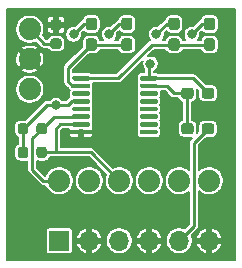
<source format=gbr>
%TF.GenerationSoftware,KiCad,Pcbnew,5.1.6+dfsg1-1*%
%TF.CreationDate,2020-09-13T10:33:18+10:00*%
%TF.ProjectId,thermistor-to-digispark,74686572-6d69-4737-946f-722d61646170,rev?*%
%TF.SameCoordinates,Original*%
%TF.FileFunction,Copper,L1,Top*%
%TF.FilePolarity,Positive*%
%FSLAX46Y46*%
G04 Gerber Fmt 4.6, Leading zero omitted, Abs format (unit mm)*
G04 Created by KiCad (PCBNEW 5.1.6+dfsg1-1) date 2020-09-13 10:33:18*
%MOMM*%
%LPD*%
G01*
G04 APERTURE LIST*
%TA.AperFunction,ComponentPad*%
%ADD10O,1.700000X1.700000*%
%TD*%
%TA.AperFunction,ComponentPad*%
%ADD11R,1.700000X1.700000*%
%TD*%
%TA.AperFunction,ComponentPad*%
%ADD12C,1.879600*%
%TD*%
%TA.AperFunction,ViaPad*%
%ADD13C,0.800000*%
%TD*%
%TA.AperFunction,Conductor*%
%ADD14C,0.250000*%
%TD*%
%TA.AperFunction,Conductor*%
%ADD15C,0.200000*%
%TD*%
G04 APERTURE END LIST*
%TO.P,R8,2*%
%TO.N,Net-(J1-Pad5)*%
%TA.AperFunction,SMDPad,CuDef*%
G36*
G01*
X140350000Y-101237500D02*
X140350000Y-100762500D01*
G75*
G02*
X140587500Y-100525000I237500J0D01*
G01*
X141162500Y-100525000D01*
G75*
G02*
X141400000Y-100762500I0J-237500D01*
G01*
X141400000Y-101237500D01*
G75*
G02*
X141162500Y-101475000I-237500J0D01*
G01*
X140587500Y-101475000D01*
G75*
G02*
X140350000Y-101237500I0J237500D01*
G01*
G37*
%TD.AperFunction*%
%TO.P,R8,1*%
%TO.N,Net-(R5-Pad2)*%
%TA.AperFunction,SMDPad,CuDef*%
G36*
G01*
X138600000Y-101237500D02*
X138600000Y-100762500D01*
G75*
G02*
X138837500Y-100525000I237500J0D01*
G01*
X139412500Y-100525000D01*
G75*
G02*
X139650000Y-100762500I0J-237500D01*
G01*
X139650000Y-101237500D01*
G75*
G02*
X139412500Y-101475000I-237500J0D01*
G01*
X138837500Y-101475000D01*
G75*
G02*
X138600000Y-101237500I0J237500D01*
G01*
G37*
%TD.AperFunction*%
%TD*%
%TO.P,R7,2*%
%TO.N,Net-(R4-Pad2)*%
%TA.AperFunction,SMDPad,CuDef*%
G36*
G01*
X140762500Y-93350000D02*
X141237500Y-93350000D01*
G75*
G02*
X141475000Y-93587500I0J-237500D01*
G01*
X141475000Y-94162500D01*
G75*
G02*
X141237500Y-94400000I-237500J0D01*
G01*
X140762500Y-94400000D01*
G75*
G02*
X140525000Y-94162500I0J237500D01*
G01*
X140525000Y-93587500D01*
G75*
G02*
X140762500Y-93350000I237500J0D01*
G01*
G37*
%TD.AperFunction*%
%TO.P,R7,1*%
%TO.N,Net-(J1-Pad3)*%
%TA.AperFunction,SMDPad,CuDef*%
G36*
G01*
X140762500Y-91600000D02*
X141237500Y-91600000D01*
G75*
G02*
X141475000Y-91837500I0J-237500D01*
G01*
X141475000Y-92412500D01*
G75*
G02*
X141237500Y-92650000I-237500J0D01*
G01*
X140762500Y-92650000D01*
G75*
G02*
X140525000Y-92412500I0J237500D01*
G01*
X140525000Y-91837500D01*
G75*
G02*
X140762500Y-91600000I237500J0D01*
G01*
G37*
%TD.AperFunction*%
%TD*%
%TO.P,R6,2*%
%TO.N,Net-(R3-Pad2)*%
%TA.AperFunction,SMDPad,CuDef*%
G36*
G01*
X133762500Y-93350000D02*
X134237500Y-93350000D01*
G75*
G02*
X134475000Y-93587500I0J-237500D01*
G01*
X134475000Y-94162500D01*
G75*
G02*
X134237500Y-94400000I-237500J0D01*
G01*
X133762500Y-94400000D01*
G75*
G02*
X133525000Y-94162500I0J237500D01*
G01*
X133525000Y-93587500D01*
G75*
G02*
X133762500Y-93350000I237500J0D01*
G01*
G37*
%TD.AperFunction*%
%TO.P,R6,1*%
%TO.N,Net-(J1-Pad1)*%
%TA.AperFunction,SMDPad,CuDef*%
G36*
G01*
X133762500Y-91600000D02*
X134237500Y-91600000D01*
G75*
G02*
X134475000Y-91837500I0J-237500D01*
G01*
X134475000Y-92412500D01*
G75*
G02*
X134237500Y-92650000I-237500J0D01*
G01*
X133762500Y-92650000D01*
G75*
G02*
X133525000Y-92412500I0J237500D01*
G01*
X133525000Y-91837500D01*
G75*
G02*
X133762500Y-91600000I237500J0D01*
G01*
G37*
%TD.AperFunction*%
%TD*%
D10*
%TO.P,J1,6*%
%TO.N,GND*%
X140970000Y-110490000D03*
%TO.P,J1,5*%
%TO.N,Net-(J1-Pad5)*%
X138430000Y-110490000D03*
%TO.P,J1,4*%
%TO.N,GND*%
X135890000Y-110490000D03*
%TO.P,J1,3*%
%TO.N,Net-(J1-Pad3)*%
X133350000Y-110490000D03*
%TO.P,J1,2*%
%TO.N,GND*%
X130810000Y-110490000D03*
D11*
%TO.P,J1,1*%
%TO.N,Net-(J1-Pad1)*%
X128270000Y-110490000D03*
%TD*%
D12*
%TO.P,U2,9*%
%TO.N,+5V*%
X125770000Y-92580000D03*
%TO.P,U2,8*%
%TO.N,GND*%
X125770000Y-95120000D03*
%TO.P,U2,7*%
%TO.N,Net-(U2-Pad7)*%
X125770000Y-97660000D03*
%TO.P,U2,6*%
%TO.N,Net-(U2-Pad6)*%
X140970000Y-105410000D03*
%TO.P,U2,5*%
%TO.N,Net-(U2-Pad5)*%
X138430000Y-105410000D03*
%TO.P,U2,4*%
%TO.N,Net-(U2-Pad4)*%
X135890000Y-105410000D03*
%TO.P,U2,3*%
%TO.N,Net-(R2-Pad2)*%
X133350000Y-105410000D03*
%TO.P,U2,2*%
%TO.N,Net-(U2-Pad2)*%
X130810000Y-105410000D03*
%TO.P,U2,1*%
%TO.N,Net-(R1-Pad2)*%
X128270000Y-105410000D03*
%TD*%
%TO.P,R2,2*%
%TO.N,Net-(R2-Pad2)*%
%TA.AperFunction,SMDPad,CuDef*%
G36*
G01*
X126350000Y-103256250D02*
X126350000Y-102743750D01*
G75*
G02*
X126568750Y-102525000I218750J0D01*
G01*
X127006250Y-102525000D01*
G75*
G02*
X127225000Y-102743750I0J-218750D01*
G01*
X127225000Y-103256250D01*
G75*
G02*
X127006250Y-103475000I-218750J0D01*
G01*
X126568750Y-103475000D01*
G75*
G02*
X126350000Y-103256250I0J218750D01*
G01*
G37*
%TD.AperFunction*%
%TO.P,R2,1*%
%TO.N,+5V*%
%TA.AperFunction,SMDPad,CuDef*%
G36*
G01*
X124775000Y-103256250D02*
X124775000Y-102743750D01*
G75*
G02*
X124993750Y-102525000I218750J0D01*
G01*
X125431250Y-102525000D01*
G75*
G02*
X125650000Y-102743750I0J-218750D01*
G01*
X125650000Y-103256250D01*
G75*
G02*
X125431250Y-103475000I-218750J0D01*
G01*
X124993750Y-103475000D01*
G75*
G02*
X124775000Y-103256250I0J218750D01*
G01*
G37*
%TD.AperFunction*%
%TD*%
%TO.P,R1,2*%
%TO.N,Net-(R1-Pad2)*%
%TA.AperFunction,SMDPad,CuDef*%
G36*
G01*
X126350000Y-101256250D02*
X126350000Y-100743750D01*
G75*
G02*
X126568750Y-100525000I218750J0D01*
G01*
X127006250Y-100525000D01*
G75*
G02*
X127225000Y-100743750I0J-218750D01*
G01*
X127225000Y-101256250D01*
G75*
G02*
X127006250Y-101475000I-218750J0D01*
G01*
X126568750Y-101475000D01*
G75*
G02*
X126350000Y-101256250I0J218750D01*
G01*
G37*
%TD.AperFunction*%
%TO.P,R1,1*%
%TO.N,+5V*%
%TA.AperFunction,SMDPad,CuDef*%
G36*
G01*
X124775000Y-101256250D02*
X124775000Y-100743750D01*
G75*
G02*
X124993750Y-100525000I218750J0D01*
G01*
X125431250Y-100525000D01*
G75*
G02*
X125650000Y-100743750I0J-218750D01*
G01*
X125650000Y-101256250D01*
G75*
G02*
X125431250Y-101475000I-218750J0D01*
G01*
X124993750Y-101475000D01*
G75*
G02*
X124775000Y-101256250I0J218750D01*
G01*
G37*
%TD.AperFunction*%
%TD*%
%TO.P,R5,2*%
%TO.N,Net-(R5-Pad2)*%
%TA.AperFunction,SMDPad,CuDef*%
G36*
G01*
X139650000Y-97762500D02*
X139650000Y-98237500D01*
G75*
G02*
X139412500Y-98475000I-237500J0D01*
G01*
X138837500Y-98475000D01*
G75*
G02*
X138600000Y-98237500I0J237500D01*
G01*
X138600000Y-97762500D01*
G75*
G02*
X138837500Y-97525000I237500J0D01*
G01*
X139412500Y-97525000D01*
G75*
G02*
X139650000Y-97762500I0J-237500D01*
G01*
G37*
%TD.AperFunction*%
%TO.P,R5,1*%
%TO.N,Net-(R3-Pad1)*%
%TA.AperFunction,SMDPad,CuDef*%
G36*
G01*
X141400000Y-97762500D02*
X141400000Y-98237500D01*
G75*
G02*
X141162500Y-98475000I-237500J0D01*
G01*
X140587500Y-98475000D01*
G75*
G02*
X140350000Y-98237500I0J237500D01*
G01*
X140350000Y-97762500D01*
G75*
G02*
X140587500Y-97525000I237500J0D01*
G01*
X141162500Y-97525000D01*
G75*
G02*
X141400000Y-97762500I0J-237500D01*
G01*
G37*
%TD.AperFunction*%
%TD*%
%TO.P,R4,2*%
%TO.N,Net-(R4-Pad2)*%
%TA.AperFunction,SMDPad,CuDef*%
G36*
G01*
X137762500Y-93350000D02*
X138237500Y-93350000D01*
G75*
G02*
X138475000Y-93587500I0J-237500D01*
G01*
X138475000Y-94162500D01*
G75*
G02*
X138237500Y-94400000I-237500J0D01*
G01*
X137762500Y-94400000D01*
G75*
G02*
X137525000Y-94162500I0J237500D01*
G01*
X137525000Y-93587500D01*
G75*
G02*
X137762500Y-93350000I237500J0D01*
G01*
G37*
%TD.AperFunction*%
%TO.P,R4,1*%
%TO.N,Net-(R3-Pad1)*%
%TA.AperFunction,SMDPad,CuDef*%
G36*
G01*
X137762500Y-91600000D02*
X138237500Y-91600000D01*
G75*
G02*
X138475000Y-91837500I0J-237500D01*
G01*
X138475000Y-92412500D01*
G75*
G02*
X138237500Y-92650000I-237500J0D01*
G01*
X137762500Y-92650000D01*
G75*
G02*
X137525000Y-92412500I0J237500D01*
G01*
X137525000Y-91837500D01*
G75*
G02*
X137762500Y-91600000I237500J0D01*
G01*
G37*
%TD.AperFunction*%
%TD*%
%TO.P,R3,2*%
%TO.N,Net-(R3-Pad2)*%
%TA.AperFunction,SMDPad,CuDef*%
G36*
G01*
X130762500Y-93350000D02*
X131237500Y-93350000D01*
G75*
G02*
X131475000Y-93587500I0J-237500D01*
G01*
X131475000Y-94162500D01*
G75*
G02*
X131237500Y-94400000I-237500J0D01*
G01*
X130762500Y-94400000D01*
G75*
G02*
X130525000Y-94162500I0J237500D01*
G01*
X130525000Y-93587500D01*
G75*
G02*
X130762500Y-93350000I237500J0D01*
G01*
G37*
%TD.AperFunction*%
%TO.P,R3,1*%
%TO.N,Net-(R3-Pad1)*%
%TA.AperFunction,SMDPad,CuDef*%
G36*
G01*
X130762500Y-91600000D02*
X131237500Y-91600000D01*
G75*
G02*
X131475000Y-91837500I0J-237500D01*
G01*
X131475000Y-92412500D01*
G75*
G02*
X131237500Y-92650000I-237500J0D01*
G01*
X130762500Y-92650000D01*
G75*
G02*
X130525000Y-92412500I0J237500D01*
G01*
X130525000Y-91837500D01*
G75*
G02*
X130762500Y-91600000I237500J0D01*
G01*
G37*
%TD.AperFunction*%
%TD*%
%TO.P,C1,2*%
%TO.N,GND*%
%TA.AperFunction,SMDPad,CuDef*%
G36*
G01*
X128256250Y-92650000D02*
X127743750Y-92650000D01*
G75*
G02*
X127525000Y-92431250I0J218750D01*
G01*
X127525000Y-91993750D01*
G75*
G02*
X127743750Y-91775000I218750J0D01*
G01*
X128256250Y-91775000D01*
G75*
G02*
X128475000Y-91993750I0J-218750D01*
G01*
X128475000Y-92431250D01*
G75*
G02*
X128256250Y-92650000I-218750J0D01*
G01*
G37*
%TD.AperFunction*%
%TO.P,C1,1*%
%TO.N,+5V*%
%TA.AperFunction,SMDPad,CuDef*%
G36*
G01*
X128256250Y-94225000D02*
X127743750Y-94225000D01*
G75*
G02*
X127525000Y-94006250I0J218750D01*
G01*
X127525000Y-93568750D01*
G75*
G02*
X127743750Y-93350000I218750J0D01*
G01*
X128256250Y-93350000D01*
G75*
G02*
X128475000Y-93568750I0J-218750D01*
G01*
X128475000Y-94006250D01*
G75*
G02*
X128256250Y-94225000I-218750J0D01*
G01*
G37*
%TD.AperFunction*%
%TD*%
%TO.P,U1,16*%
%TO.N,GND*%
%TA.AperFunction,SMDPad,CuDef*%
G36*
G01*
X130875000Y-101175000D02*
X130875000Y-101375000D01*
G75*
G02*
X130775000Y-101475000I-100000J0D01*
G01*
X129500000Y-101475000D01*
G75*
G02*
X129400000Y-101375000I0J100000D01*
G01*
X129400000Y-101175000D01*
G75*
G02*
X129500000Y-101075000I100000J0D01*
G01*
X130775000Y-101075000D01*
G75*
G02*
X130875000Y-101175000I0J-100000D01*
G01*
G37*
%TD.AperFunction*%
%TO.P,U1,15*%
%TO.N,Net-(R2-Pad2)*%
%TA.AperFunction,SMDPad,CuDef*%
G36*
G01*
X130875000Y-100525000D02*
X130875000Y-100725000D01*
G75*
G02*
X130775000Y-100825000I-100000J0D01*
G01*
X129500000Y-100825000D01*
G75*
G02*
X129400000Y-100725000I0J100000D01*
G01*
X129400000Y-100525000D01*
G75*
G02*
X129500000Y-100425000I100000J0D01*
G01*
X130775000Y-100425000D01*
G75*
G02*
X130875000Y-100525000I0J-100000D01*
G01*
G37*
%TD.AperFunction*%
%TO.P,U1,14*%
%TO.N,Net-(R1-Pad2)*%
%TA.AperFunction,SMDPad,CuDef*%
G36*
G01*
X130875000Y-99875000D02*
X130875000Y-100075000D01*
G75*
G02*
X130775000Y-100175000I-100000J0D01*
G01*
X129500000Y-100175000D01*
G75*
G02*
X129400000Y-100075000I0J100000D01*
G01*
X129400000Y-99875000D01*
G75*
G02*
X129500000Y-99775000I100000J0D01*
G01*
X130775000Y-99775000D01*
G75*
G02*
X130875000Y-99875000I0J-100000D01*
G01*
G37*
%TD.AperFunction*%
%TO.P,U1,13*%
%TO.N,Net-(U1-Pad13)*%
%TA.AperFunction,SMDPad,CuDef*%
G36*
G01*
X130875000Y-99225000D02*
X130875000Y-99425000D01*
G75*
G02*
X130775000Y-99525000I-100000J0D01*
G01*
X129500000Y-99525000D01*
G75*
G02*
X129400000Y-99425000I0J100000D01*
G01*
X129400000Y-99225000D01*
G75*
G02*
X129500000Y-99125000I100000J0D01*
G01*
X130775000Y-99125000D01*
G75*
G02*
X130875000Y-99225000I0J-100000D01*
G01*
G37*
%TD.AperFunction*%
%TO.P,U1,12*%
%TO.N,+5V*%
%TA.AperFunction,SMDPad,CuDef*%
G36*
G01*
X130875000Y-98575000D02*
X130875000Y-98775000D01*
G75*
G02*
X130775000Y-98875000I-100000J0D01*
G01*
X129500000Y-98875000D01*
G75*
G02*
X129400000Y-98775000I0J100000D01*
G01*
X129400000Y-98575000D01*
G75*
G02*
X129500000Y-98475000I100000J0D01*
G01*
X130775000Y-98475000D01*
G75*
G02*
X130875000Y-98575000I0J-100000D01*
G01*
G37*
%TD.AperFunction*%
%TO.P,U1,11*%
%TO.N,Net-(U1-Pad11)*%
%TA.AperFunction,SMDPad,CuDef*%
G36*
G01*
X130875000Y-97925000D02*
X130875000Y-98125000D01*
G75*
G02*
X130775000Y-98225000I-100000J0D01*
G01*
X129500000Y-98225000D01*
G75*
G02*
X129400000Y-98125000I0J100000D01*
G01*
X129400000Y-97925000D01*
G75*
G02*
X129500000Y-97825000I100000J0D01*
G01*
X130775000Y-97825000D01*
G75*
G02*
X130875000Y-97925000I0J-100000D01*
G01*
G37*
%TD.AperFunction*%
%TO.P,U1,10*%
%TO.N,Net-(R3-Pad2)*%
%TA.AperFunction,SMDPad,CuDef*%
G36*
G01*
X130875000Y-97275000D02*
X130875000Y-97475000D01*
G75*
G02*
X130775000Y-97575000I-100000J0D01*
G01*
X129500000Y-97575000D01*
G75*
G02*
X129400000Y-97475000I0J100000D01*
G01*
X129400000Y-97275000D01*
G75*
G02*
X129500000Y-97175000I100000J0D01*
G01*
X130775000Y-97175000D01*
G75*
G02*
X130875000Y-97275000I0J-100000D01*
G01*
G37*
%TD.AperFunction*%
%TO.P,U1,9*%
%TO.N,Net-(R4-Pad2)*%
%TA.AperFunction,SMDPad,CuDef*%
G36*
G01*
X130875000Y-96625000D02*
X130875000Y-96825000D01*
G75*
G02*
X130775000Y-96925000I-100000J0D01*
G01*
X129500000Y-96925000D01*
G75*
G02*
X129400000Y-96825000I0J100000D01*
G01*
X129400000Y-96625000D01*
G75*
G02*
X129500000Y-96525000I100000J0D01*
G01*
X130775000Y-96525000D01*
G75*
G02*
X130875000Y-96625000I0J-100000D01*
G01*
G37*
%TD.AperFunction*%
%TO.P,U1,8*%
%TO.N,Net-(R3-Pad1)*%
%TA.AperFunction,SMDPad,CuDef*%
G36*
G01*
X136600000Y-96625000D02*
X136600000Y-96825000D01*
G75*
G02*
X136500000Y-96925000I-100000J0D01*
G01*
X135225000Y-96925000D01*
G75*
G02*
X135125000Y-96825000I0J100000D01*
G01*
X135125000Y-96625000D01*
G75*
G02*
X135225000Y-96525000I100000J0D01*
G01*
X136500000Y-96525000D01*
G75*
G02*
X136600000Y-96625000I0J-100000D01*
G01*
G37*
%TD.AperFunction*%
%TO.P,U1,7*%
%TO.N,Net-(R5-Pad2)*%
%TA.AperFunction,SMDPad,CuDef*%
G36*
G01*
X136600000Y-97275000D02*
X136600000Y-97475000D01*
G75*
G02*
X136500000Y-97575000I-100000J0D01*
G01*
X135225000Y-97575000D01*
G75*
G02*
X135125000Y-97475000I0J100000D01*
G01*
X135125000Y-97275000D01*
G75*
G02*
X135225000Y-97175000I100000J0D01*
G01*
X136500000Y-97175000D01*
G75*
G02*
X136600000Y-97275000I0J-100000D01*
G01*
G37*
%TD.AperFunction*%
%TO.P,U1,6*%
%TO.N,Net-(U1-Pad6)*%
%TA.AperFunction,SMDPad,CuDef*%
G36*
G01*
X136600000Y-97925000D02*
X136600000Y-98125000D01*
G75*
G02*
X136500000Y-98225000I-100000J0D01*
G01*
X135225000Y-98225000D01*
G75*
G02*
X135125000Y-98125000I0J100000D01*
G01*
X135125000Y-97925000D01*
G75*
G02*
X135225000Y-97825000I100000J0D01*
G01*
X136500000Y-97825000D01*
G75*
G02*
X136600000Y-97925000I0J-100000D01*
G01*
G37*
%TD.AperFunction*%
%TO.P,U1,5*%
%TO.N,Net-(U1-Pad5)*%
%TA.AperFunction,SMDPad,CuDef*%
G36*
G01*
X136600000Y-98575000D02*
X136600000Y-98775000D01*
G75*
G02*
X136500000Y-98875000I-100000J0D01*
G01*
X135225000Y-98875000D01*
G75*
G02*
X135125000Y-98775000I0J100000D01*
G01*
X135125000Y-98575000D01*
G75*
G02*
X135225000Y-98475000I100000J0D01*
G01*
X136500000Y-98475000D01*
G75*
G02*
X136600000Y-98575000I0J-100000D01*
G01*
G37*
%TD.AperFunction*%
%TO.P,U1,4*%
%TO.N,Net-(U1-Pad4)*%
%TA.AperFunction,SMDPad,CuDef*%
G36*
G01*
X136600000Y-99225000D02*
X136600000Y-99425000D01*
G75*
G02*
X136500000Y-99525000I-100000J0D01*
G01*
X135225000Y-99525000D01*
G75*
G02*
X135125000Y-99425000I0J100000D01*
G01*
X135125000Y-99225000D01*
G75*
G02*
X135225000Y-99125000I100000J0D01*
G01*
X136500000Y-99125000D01*
G75*
G02*
X136600000Y-99225000I0J-100000D01*
G01*
G37*
%TD.AperFunction*%
%TO.P,U1,3*%
%TO.N,Net-(U1-Pad3)*%
%TA.AperFunction,SMDPad,CuDef*%
G36*
G01*
X136600000Y-99875000D02*
X136600000Y-100075000D01*
G75*
G02*
X136500000Y-100175000I-100000J0D01*
G01*
X135225000Y-100175000D01*
G75*
G02*
X135125000Y-100075000I0J100000D01*
G01*
X135125000Y-99875000D01*
G75*
G02*
X135225000Y-99775000I100000J0D01*
G01*
X136500000Y-99775000D01*
G75*
G02*
X136600000Y-99875000I0J-100000D01*
G01*
G37*
%TD.AperFunction*%
%TO.P,U1,2*%
%TO.N,Net-(U1-Pad2)*%
%TA.AperFunction,SMDPad,CuDef*%
G36*
G01*
X136600000Y-100525000D02*
X136600000Y-100725000D01*
G75*
G02*
X136500000Y-100825000I-100000J0D01*
G01*
X135225000Y-100825000D01*
G75*
G02*
X135125000Y-100725000I0J100000D01*
G01*
X135125000Y-100525000D01*
G75*
G02*
X135225000Y-100425000I100000J0D01*
G01*
X136500000Y-100425000D01*
G75*
G02*
X136600000Y-100525000I0J-100000D01*
G01*
G37*
%TD.AperFunction*%
%TO.P,U1,1*%
%TO.N,Net-(U1-Pad1)*%
%TA.AperFunction,SMDPad,CuDef*%
G36*
G01*
X136600000Y-101175000D02*
X136600000Y-101375000D01*
G75*
G02*
X136500000Y-101475000I-100000J0D01*
G01*
X135225000Y-101475000D01*
G75*
G02*
X135125000Y-101375000I0J100000D01*
G01*
X135125000Y-101175000D01*
G75*
G02*
X135225000Y-101075000I100000J0D01*
G01*
X136500000Y-101075000D01*
G75*
G02*
X136600000Y-101175000I0J-100000D01*
G01*
G37*
%TD.AperFunction*%
%TD*%
D13*
%TO.N,+5V*%
X128000000Y-99000000D03*
%TO.N,Net-(J1-Pad3)*%
X139500000Y-93000000D03*
%TO.N,Net-(J1-Pad1)*%
X132500000Y-93000000D03*
%TO.N,Net-(R3-Pad1)*%
X129500000Y-93000000D03*
X136500000Y-93000000D03*
X136000000Y-95500000D03*
%TD*%
D14*
%TO.N,+5V*%
X125212500Y-101000000D02*
X125212500Y-103000000D01*
X127212500Y-99000000D02*
X128000000Y-99000000D01*
X125212500Y-101000000D02*
X127212500Y-99000000D01*
X130137500Y-98675000D02*
X129325000Y-98675000D01*
X129000000Y-99000000D02*
X128000000Y-99000000D01*
X129325000Y-98675000D02*
X129000000Y-99000000D01*
X126977500Y-93787500D02*
X128000000Y-93787500D01*
X125770000Y-92580000D02*
X126977500Y-93787500D01*
%TO.N,Net-(J1-Pad5)*%
X139694801Y-102180199D02*
X139694801Y-109225199D01*
X139694801Y-109225199D02*
X138430000Y-110490000D01*
X140875000Y-101000000D02*
X139694801Y-102180199D01*
%TO.N,Net-(J1-Pad3)*%
X140375000Y-92125000D02*
X139500000Y-93000000D01*
X141000000Y-92125000D02*
X140375000Y-92125000D01*
%TO.N,Net-(J1-Pad1)*%
X133375000Y-92125000D02*
X132500000Y-93000000D01*
X134000000Y-92125000D02*
X133375000Y-92125000D01*
%TO.N,Net-(R1-Pad2)*%
X127812500Y-99975000D02*
X130137500Y-99975000D01*
X126787500Y-101000000D02*
X127812500Y-99975000D01*
X126787500Y-101000000D02*
X126000000Y-101787500D01*
X126940923Y-105410000D02*
X128270000Y-105410000D01*
X126000000Y-104469077D02*
X126940923Y-105410000D01*
X126000000Y-101787500D02*
X126000000Y-104469077D01*
%TO.N,Net-(R2-Pad2)*%
X133350000Y-105410000D02*
X130940000Y-103000000D01*
X130940000Y-103000000D02*
X130523942Y-103000000D01*
X130137500Y-100625000D02*
X128375000Y-100625000D01*
X128000000Y-101000000D02*
X128000000Y-103000000D01*
X128375000Y-100625000D02*
X128000000Y-101000000D01*
X128000000Y-103000000D02*
X126787500Y-103000000D01*
X130523942Y-103000000D02*
X128000000Y-103000000D01*
%TO.N,Net-(R3-Pad1)*%
X130375000Y-92125000D02*
X129500000Y-93000000D01*
X131000000Y-92125000D02*
X130375000Y-92125000D01*
X137375000Y-92125000D02*
X136500000Y-93000000D01*
X138000000Y-92125000D02*
X137375000Y-92125000D01*
X135862500Y-95637500D02*
X136000000Y-95500000D01*
X135862500Y-96725000D02*
X135862500Y-95637500D01*
X139600000Y-96725000D02*
X140875000Y-98000000D01*
X135862500Y-96725000D02*
X139600000Y-96725000D01*
%TO.N,Net-(R3-Pad2)*%
X129400000Y-97375000D02*
X129000000Y-96975000D01*
X130137500Y-97375000D02*
X129400000Y-97375000D01*
X129000000Y-95875000D02*
X131000000Y-93875000D01*
X129000000Y-96975000D02*
X129000000Y-95875000D01*
X131000000Y-93875000D02*
X134000000Y-93875000D01*
%TO.N,Net-(R4-Pad2)*%
X130137500Y-96725000D02*
X133275000Y-96725000D01*
X136125000Y-93875000D02*
X138000000Y-93875000D01*
X133275000Y-96725000D02*
X136125000Y-93875000D01*
X138000000Y-93875000D02*
X141000000Y-93875000D01*
%TO.N,Net-(R5-Pad2)*%
X139125000Y-98000000D02*
X138000000Y-98000000D01*
X137375000Y-97375000D02*
X135862500Y-97375000D01*
X138000000Y-98000000D02*
X137375000Y-97375000D01*
X139125000Y-98000000D02*
X139125000Y-101000000D01*
%TD*%
D15*
%TO.N,GND*%
G36*
X143150001Y-112150000D02*
G01*
X123850000Y-112150000D01*
X123850000Y-109640000D01*
X127118549Y-109640000D01*
X127118549Y-111340000D01*
X127124341Y-111398810D01*
X127141496Y-111455360D01*
X127169353Y-111507477D01*
X127206842Y-111553158D01*
X127252523Y-111590647D01*
X127304640Y-111618504D01*
X127361190Y-111635659D01*
X127420000Y-111641451D01*
X129120000Y-111641451D01*
X129178810Y-111635659D01*
X129235360Y-111618504D01*
X129287477Y-111590647D01*
X129333158Y-111553158D01*
X129370647Y-111507477D01*
X129398504Y-111455360D01*
X129415659Y-111398810D01*
X129421451Y-111340000D01*
X129421451Y-110816517D01*
X129707320Y-110816517D01*
X129792208Y-111025365D01*
X129916209Y-111213639D01*
X130074558Y-111374104D01*
X130261169Y-111500594D01*
X130468872Y-111588247D01*
X130483484Y-111592672D01*
X130660000Y-111554483D01*
X130660000Y-110640000D01*
X130960000Y-110640000D01*
X130960000Y-111554483D01*
X131136516Y-111592672D01*
X131151128Y-111588247D01*
X131358831Y-111500594D01*
X131545442Y-111374104D01*
X131703791Y-111213639D01*
X131827792Y-111025365D01*
X131912680Y-110816517D01*
X131875183Y-110640000D01*
X130960000Y-110640000D01*
X130660000Y-110640000D01*
X129744817Y-110640000D01*
X129707320Y-110816517D01*
X129421451Y-110816517D01*
X129421451Y-110376735D01*
X132200000Y-110376735D01*
X132200000Y-110603265D01*
X132244194Y-110825443D01*
X132330884Y-111034729D01*
X132456737Y-111223082D01*
X132616918Y-111383263D01*
X132805271Y-111509116D01*
X133014557Y-111595806D01*
X133236735Y-111640000D01*
X133463265Y-111640000D01*
X133685443Y-111595806D01*
X133894729Y-111509116D01*
X134083082Y-111383263D01*
X134243263Y-111223082D01*
X134369116Y-111034729D01*
X134455806Y-110825443D01*
X134457581Y-110816517D01*
X134787320Y-110816517D01*
X134872208Y-111025365D01*
X134996209Y-111213639D01*
X135154558Y-111374104D01*
X135341169Y-111500594D01*
X135548872Y-111588247D01*
X135563484Y-111592672D01*
X135740000Y-111554483D01*
X135740000Y-110640000D01*
X136040000Y-110640000D01*
X136040000Y-111554483D01*
X136216516Y-111592672D01*
X136231128Y-111588247D01*
X136438831Y-111500594D01*
X136625442Y-111374104D01*
X136783791Y-111213639D01*
X136907792Y-111025365D01*
X136992680Y-110816517D01*
X136955183Y-110640000D01*
X136040000Y-110640000D01*
X135740000Y-110640000D01*
X134824817Y-110640000D01*
X134787320Y-110816517D01*
X134457581Y-110816517D01*
X134500000Y-110603265D01*
X134500000Y-110376735D01*
X134457582Y-110163483D01*
X134787320Y-110163483D01*
X134824817Y-110340000D01*
X135740000Y-110340000D01*
X135740000Y-109425517D01*
X136040000Y-109425517D01*
X136040000Y-110340000D01*
X136955183Y-110340000D01*
X136992680Y-110163483D01*
X136907792Y-109954635D01*
X136783791Y-109766361D01*
X136625442Y-109605896D01*
X136438831Y-109479406D01*
X136231128Y-109391753D01*
X136216516Y-109387328D01*
X136040000Y-109425517D01*
X135740000Y-109425517D01*
X135563484Y-109387328D01*
X135548872Y-109391753D01*
X135341169Y-109479406D01*
X135154558Y-109605896D01*
X134996209Y-109766361D01*
X134872208Y-109954635D01*
X134787320Y-110163483D01*
X134457582Y-110163483D01*
X134455806Y-110154557D01*
X134369116Y-109945271D01*
X134243263Y-109756918D01*
X134083082Y-109596737D01*
X133894729Y-109470884D01*
X133685443Y-109384194D01*
X133463265Y-109340000D01*
X133236735Y-109340000D01*
X133014557Y-109384194D01*
X132805271Y-109470884D01*
X132616918Y-109596737D01*
X132456737Y-109756918D01*
X132330884Y-109945271D01*
X132244194Y-110154557D01*
X132200000Y-110376735D01*
X129421451Y-110376735D01*
X129421451Y-110163483D01*
X129707320Y-110163483D01*
X129744817Y-110340000D01*
X130660000Y-110340000D01*
X130660000Y-109425517D01*
X130960000Y-109425517D01*
X130960000Y-110340000D01*
X131875183Y-110340000D01*
X131912680Y-110163483D01*
X131827792Y-109954635D01*
X131703791Y-109766361D01*
X131545442Y-109605896D01*
X131358831Y-109479406D01*
X131151128Y-109391753D01*
X131136516Y-109387328D01*
X130960000Y-109425517D01*
X130660000Y-109425517D01*
X130483484Y-109387328D01*
X130468872Y-109391753D01*
X130261169Y-109479406D01*
X130074558Y-109605896D01*
X129916209Y-109766361D01*
X129792208Y-109954635D01*
X129707320Y-110163483D01*
X129421451Y-110163483D01*
X129421451Y-109640000D01*
X129415659Y-109581190D01*
X129398504Y-109524640D01*
X129370647Y-109472523D01*
X129333158Y-109426842D01*
X129287477Y-109389353D01*
X129235360Y-109361496D01*
X129178810Y-109344341D01*
X129120000Y-109338549D01*
X127420000Y-109338549D01*
X127361190Y-109344341D01*
X127304640Y-109361496D01*
X127252523Y-109389353D01*
X127206842Y-109426842D01*
X127169353Y-109472523D01*
X127141496Y-109524640D01*
X127124341Y-109581190D01*
X127118549Y-109640000D01*
X123850000Y-109640000D01*
X123850000Y-100743750D01*
X124473549Y-100743750D01*
X124473549Y-101256250D01*
X124483545Y-101357736D01*
X124513147Y-101455322D01*
X124561219Y-101545258D01*
X124625912Y-101624088D01*
X124704742Y-101688781D01*
X124787500Y-101733016D01*
X124787501Y-102266983D01*
X124704742Y-102311219D01*
X124625912Y-102375912D01*
X124561219Y-102454742D01*
X124513147Y-102544678D01*
X124483545Y-102642264D01*
X124473549Y-102743750D01*
X124473549Y-103256250D01*
X124483545Y-103357736D01*
X124513147Y-103455322D01*
X124561219Y-103545258D01*
X124625912Y-103624088D01*
X124704742Y-103688781D01*
X124794678Y-103736853D01*
X124892264Y-103766455D01*
X124993750Y-103776451D01*
X125431250Y-103776451D01*
X125532736Y-103766455D01*
X125575001Y-103753634D01*
X125575001Y-104448200D01*
X125572945Y-104469077D01*
X125581150Y-104552391D01*
X125601561Y-104619673D01*
X125605453Y-104632504D01*
X125644917Y-104706337D01*
X125698027Y-104771051D01*
X125714239Y-104784356D01*
X126625644Y-105695762D01*
X126638949Y-105711974D01*
X126703663Y-105765084D01*
X126777496Y-105804548D01*
X126833306Y-105821478D01*
X126857608Y-105828850D01*
X126866021Y-105829679D01*
X126920049Y-105835000D01*
X126920055Y-105835000D01*
X126940922Y-105837055D01*
X126961789Y-105835000D01*
X127104091Y-105835000D01*
X127171303Y-105997266D01*
X127306984Y-106200327D01*
X127479673Y-106373016D01*
X127682734Y-106508697D01*
X127908364Y-106602155D01*
X128147890Y-106649800D01*
X128392110Y-106649800D01*
X128631636Y-106602155D01*
X128857266Y-106508697D01*
X129060327Y-106373016D01*
X129233016Y-106200327D01*
X129368697Y-105997266D01*
X129462155Y-105771636D01*
X129509800Y-105532110D01*
X129509800Y-105287890D01*
X129570200Y-105287890D01*
X129570200Y-105532110D01*
X129617845Y-105771636D01*
X129711303Y-105997266D01*
X129846984Y-106200327D01*
X130019673Y-106373016D01*
X130222734Y-106508697D01*
X130448364Y-106602155D01*
X130687890Y-106649800D01*
X130932110Y-106649800D01*
X131171636Y-106602155D01*
X131397266Y-106508697D01*
X131600327Y-106373016D01*
X131773016Y-106200327D01*
X131908697Y-105997266D01*
X132002155Y-105771636D01*
X132049800Y-105532110D01*
X132049800Y-105287890D01*
X132002155Y-105048364D01*
X131908697Y-104822734D01*
X131773016Y-104619673D01*
X131600327Y-104446984D01*
X131397266Y-104311303D01*
X131171636Y-104217845D01*
X130932110Y-104170200D01*
X130687890Y-104170200D01*
X130448364Y-104217845D01*
X130222734Y-104311303D01*
X130019673Y-104446984D01*
X129846984Y-104619673D01*
X129711303Y-104822734D01*
X129617845Y-105048364D01*
X129570200Y-105287890D01*
X129509800Y-105287890D01*
X129462155Y-105048364D01*
X129368697Y-104822734D01*
X129233016Y-104619673D01*
X129060327Y-104446984D01*
X128857266Y-104311303D01*
X128631636Y-104217845D01*
X128392110Y-104170200D01*
X128147890Y-104170200D01*
X127908364Y-104217845D01*
X127682734Y-104311303D01*
X127479673Y-104446984D01*
X127306984Y-104619673D01*
X127171303Y-104822734D01*
X127107861Y-104975897D01*
X126425000Y-104293037D01*
X126425000Y-103753635D01*
X126467264Y-103766455D01*
X126568750Y-103776451D01*
X127006250Y-103776451D01*
X127107736Y-103766455D01*
X127205322Y-103736853D01*
X127295258Y-103688781D01*
X127374088Y-103624088D01*
X127438781Y-103545258D01*
X127486853Y-103455322D01*
X127496051Y-103425000D01*
X127979126Y-103425000D01*
X128000000Y-103427056D01*
X128020874Y-103425000D01*
X130763960Y-103425000D01*
X132225057Y-104886098D01*
X132157845Y-105048364D01*
X132110200Y-105287890D01*
X132110200Y-105532110D01*
X132157845Y-105771636D01*
X132251303Y-105997266D01*
X132386984Y-106200327D01*
X132559673Y-106373016D01*
X132762734Y-106508697D01*
X132988364Y-106602155D01*
X133227890Y-106649800D01*
X133472110Y-106649800D01*
X133711636Y-106602155D01*
X133937266Y-106508697D01*
X134140327Y-106373016D01*
X134313016Y-106200327D01*
X134448697Y-105997266D01*
X134542155Y-105771636D01*
X134589800Y-105532110D01*
X134589800Y-105287890D01*
X134650200Y-105287890D01*
X134650200Y-105532110D01*
X134697845Y-105771636D01*
X134791303Y-105997266D01*
X134926984Y-106200327D01*
X135099673Y-106373016D01*
X135302734Y-106508697D01*
X135528364Y-106602155D01*
X135767890Y-106649800D01*
X136012110Y-106649800D01*
X136251636Y-106602155D01*
X136477266Y-106508697D01*
X136680327Y-106373016D01*
X136853016Y-106200327D01*
X136988697Y-105997266D01*
X137082155Y-105771636D01*
X137129800Y-105532110D01*
X137129800Y-105287890D01*
X137082155Y-105048364D01*
X136988697Y-104822734D01*
X136853016Y-104619673D01*
X136680327Y-104446984D01*
X136477266Y-104311303D01*
X136251636Y-104217845D01*
X136012110Y-104170200D01*
X135767890Y-104170200D01*
X135528364Y-104217845D01*
X135302734Y-104311303D01*
X135099673Y-104446984D01*
X134926984Y-104619673D01*
X134791303Y-104822734D01*
X134697845Y-105048364D01*
X134650200Y-105287890D01*
X134589800Y-105287890D01*
X134542155Y-105048364D01*
X134448697Y-104822734D01*
X134313016Y-104619673D01*
X134140327Y-104446984D01*
X133937266Y-104311303D01*
X133711636Y-104217845D01*
X133472110Y-104170200D01*
X133227890Y-104170200D01*
X132988364Y-104217845D01*
X132826098Y-104285057D01*
X131255283Y-102714243D01*
X131241974Y-102698026D01*
X131177260Y-102644916D01*
X131103427Y-102605452D01*
X131023314Y-102581150D01*
X130960874Y-102575000D01*
X130960867Y-102575000D01*
X130940000Y-102572945D01*
X130919133Y-102575000D01*
X128425000Y-102575000D01*
X128425000Y-101475000D01*
X129098548Y-101475000D01*
X129104340Y-101533810D01*
X129121495Y-101590361D01*
X129149352Y-101642478D01*
X129186841Y-101688159D01*
X129232522Y-101725648D01*
X129284639Y-101753505D01*
X129341190Y-101770660D01*
X129400000Y-101776452D01*
X129912500Y-101775000D01*
X129987500Y-101700000D01*
X129987500Y-101375000D01*
X130287500Y-101375000D01*
X130287500Y-101700000D01*
X130362500Y-101775000D01*
X130875000Y-101776452D01*
X130933810Y-101770660D01*
X130990361Y-101753505D01*
X131042478Y-101725648D01*
X131088159Y-101688159D01*
X131125648Y-101642478D01*
X131153505Y-101590361D01*
X131170660Y-101533810D01*
X131176452Y-101475000D01*
X131175000Y-101450000D01*
X131100000Y-101375000D01*
X130287500Y-101375000D01*
X129987500Y-101375000D01*
X129175000Y-101375000D01*
X129100000Y-101450000D01*
X129098548Y-101475000D01*
X128425000Y-101475000D01*
X128425000Y-101176040D01*
X128551041Y-101050000D01*
X129101010Y-101050000D01*
X129098548Y-101075000D01*
X129100000Y-101100000D01*
X129175000Y-101175000D01*
X129987500Y-101175000D01*
X129987500Y-101126451D01*
X130287500Y-101126451D01*
X130287500Y-101175000D01*
X131100000Y-101175000D01*
X131175000Y-101100000D01*
X131176452Y-101075000D01*
X131170660Y-101016190D01*
X131153505Y-100959639D01*
X131128048Y-100912012D01*
X131145892Y-100878629D01*
X131168737Y-100803319D01*
X131176451Y-100725000D01*
X131176451Y-100525000D01*
X131168737Y-100446681D01*
X131145892Y-100371371D01*
X131108794Y-100301966D01*
X131107181Y-100300000D01*
X131108794Y-100298034D01*
X131145892Y-100228629D01*
X131168737Y-100153319D01*
X131176451Y-100075000D01*
X131176451Y-99875000D01*
X131168737Y-99796681D01*
X131145892Y-99721371D01*
X131108794Y-99651966D01*
X131107181Y-99650000D01*
X131108794Y-99648034D01*
X131145892Y-99578629D01*
X131168737Y-99503319D01*
X131176451Y-99425000D01*
X131176451Y-99225000D01*
X131168737Y-99146681D01*
X131145892Y-99071371D01*
X131108794Y-99001966D01*
X131107181Y-99000000D01*
X131108794Y-98998034D01*
X131145892Y-98928629D01*
X131168737Y-98853319D01*
X131176451Y-98775000D01*
X131176451Y-98575000D01*
X131168737Y-98496681D01*
X131145892Y-98421371D01*
X131108794Y-98351966D01*
X131107181Y-98350000D01*
X131108794Y-98348034D01*
X131145892Y-98278629D01*
X131168737Y-98203319D01*
X131176451Y-98125000D01*
X131176451Y-97925000D01*
X131168737Y-97846681D01*
X131145892Y-97771371D01*
X131108794Y-97701966D01*
X131107181Y-97700000D01*
X131108794Y-97698034D01*
X131145892Y-97628629D01*
X131168737Y-97553319D01*
X131176451Y-97475000D01*
X131176451Y-97275000D01*
X131168737Y-97196681D01*
X131154576Y-97150000D01*
X133254133Y-97150000D01*
X133275000Y-97152055D01*
X133295867Y-97150000D01*
X133295874Y-97150000D01*
X133358314Y-97143850D01*
X133438427Y-97119548D01*
X133512260Y-97080084D01*
X133576974Y-97026974D01*
X133590284Y-97010756D01*
X135342230Y-95258810D01*
X135326901Y-95295818D01*
X135300000Y-95431056D01*
X135300000Y-95568944D01*
X135326901Y-95704182D01*
X135379668Y-95831574D01*
X135437501Y-95918128D01*
X135437500Y-96223549D01*
X135225000Y-96223549D01*
X135146681Y-96231263D01*
X135071371Y-96254108D01*
X135001966Y-96291206D01*
X134941131Y-96341131D01*
X134891206Y-96401966D01*
X134854108Y-96471371D01*
X134831263Y-96546681D01*
X134823549Y-96625000D01*
X134823549Y-96825000D01*
X134831263Y-96903319D01*
X134854108Y-96978629D01*
X134891206Y-97048034D01*
X134892819Y-97050000D01*
X134891206Y-97051966D01*
X134854108Y-97121371D01*
X134831263Y-97196681D01*
X134823549Y-97275000D01*
X134823549Y-97475000D01*
X134831263Y-97553319D01*
X134854108Y-97628629D01*
X134891206Y-97698034D01*
X134892819Y-97700000D01*
X134891206Y-97701966D01*
X134854108Y-97771371D01*
X134831263Y-97846681D01*
X134823549Y-97925000D01*
X134823549Y-98125000D01*
X134831263Y-98203319D01*
X134854108Y-98278629D01*
X134891206Y-98348034D01*
X134892819Y-98350000D01*
X134891206Y-98351966D01*
X134854108Y-98421371D01*
X134831263Y-98496681D01*
X134823549Y-98575000D01*
X134823549Y-98775000D01*
X134831263Y-98853319D01*
X134854108Y-98928629D01*
X134891206Y-98998034D01*
X134892819Y-99000000D01*
X134891206Y-99001966D01*
X134854108Y-99071371D01*
X134831263Y-99146681D01*
X134823549Y-99225000D01*
X134823549Y-99425000D01*
X134831263Y-99503319D01*
X134854108Y-99578629D01*
X134891206Y-99648034D01*
X134892819Y-99650000D01*
X134891206Y-99651966D01*
X134854108Y-99721371D01*
X134831263Y-99796681D01*
X134823549Y-99875000D01*
X134823549Y-100075000D01*
X134831263Y-100153319D01*
X134854108Y-100228629D01*
X134891206Y-100298034D01*
X134892819Y-100300000D01*
X134891206Y-100301966D01*
X134854108Y-100371371D01*
X134831263Y-100446681D01*
X134823549Y-100525000D01*
X134823549Y-100725000D01*
X134831263Y-100803319D01*
X134854108Y-100878629D01*
X134891206Y-100948034D01*
X134892819Y-100950000D01*
X134891206Y-100951966D01*
X134854108Y-101021371D01*
X134831263Y-101096681D01*
X134823549Y-101175000D01*
X134823549Y-101375000D01*
X134831263Y-101453319D01*
X134854108Y-101528629D01*
X134891206Y-101598034D01*
X134941131Y-101658869D01*
X135001966Y-101708794D01*
X135071371Y-101745892D01*
X135146681Y-101768737D01*
X135225000Y-101776451D01*
X136500000Y-101776451D01*
X136578319Y-101768737D01*
X136653629Y-101745892D01*
X136723034Y-101708794D01*
X136783869Y-101658869D01*
X136833794Y-101598034D01*
X136870892Y-101528629D01*
X136893737Y-101453319D01*
X136901451Y-101375000D01*
X136901451Y-101175000D01*
X136893737Y-101096681D01*
X136870892Y-101021371D01*
X136833794Y-100951966D01*
X136832181Y-100950000D01*
X136833794Y-100948034D01*
X136870892Y-100878629D01*
X136893737Y-100803319D01*
X136901451Y-100725000D01*
X136901451Y-100525000D01*
X136893737Y-100446681D01*
X136870892Y-100371371D01*
X136833794Y-100301966D01*
X136832181Y-100300000D01*
X136833794Y-100298034D01*
X136870892Y-100228629D01*
X136893737Y-100153319D01*
X136901451Y-100075000D01*
X136901451Y-99875000D01*
X136893737Y-99796681D01*
X136870892Y-99721371D01*
X136833794Y-99651966D01*
X136832181Y-99650000D01*
X136833794Y-99648034D01*
X136870892Y-99578629D01*
X136893737Y-99503319D01*
X136901451Y-99425000D01*
X136901451Y-99225000D01*
X136893737Y-99146681D01*
X136870892Y-99071371D01*
X136833794Y-99001966D01*
X136832181Y-99000000D01*
X136833794Y-98998034D01*
X136870892Y-98928629D01*
X136893737Y-98853319D01*
X136901451Y-98775000D01*
X136901451Y-98575000D01*
X136893737Y-98496681D01*
X136870892Y-98421371D01*
X136833794Y-98351966D01*
X136832181Y-98350000D01*
X136833794Y-98348034D01*
X136870892Y-98278629D01*
X136893737Y-98203319D01*
X136901451Y-98125000D01*
X136901451Y-97925000D01*
X136893737Y-97846681D01*
X136879576Y-97800000D01*
X137198960Y-97800000D01*
X137684721Y-98285762D01*
X137698026Y-98301974D01*
X137762740Y-98355084D01*
X137836573Y-98394548D01*
X137883783Y-98408869D01*
X137916685Y-98418850D01*
X137925098Y-98419679D01*
X137979126Y-98425000D01*
X137979132Y-98425000D01*
X137999999Y-98427055D01*
X138020866Y-98425000D01*
X138333887Y-98425000D01*
X138339574Y-98443748D01*
X138389379Y-98536925D01*
X138456404Y-98618596D01*
X138538075Y-98685621D01*
X138631252Y-98735426D01*
X138700000Y-98756280D01*
X138700001Y-100243720D01*
X138631252Y-100264574D01*
X138538075Y-100314379D01*
X138456404Y-100381404D01*
X138389379Y-100463075D01*
X138339574Y-100556252D01*
X138308905Y-100657356D01*
X138298549Y-100762500D01*
X138298549Y-101237500D01*
X138308905Y-101342644D01*
X138339574Y-101443748D01*
X138389379Y-101536925D01*
X138456404Y-101618596D01*
X138538075Y-101685621D01*
X138631252Y-101735426D01*
X138732356Y-101766095D01*
X138837500Y-101776451D01*
X139412500Y-101776451D01*
X139506796Y-101767163D01*
X139409044Y-101864916D01*
X139392827Y-101878225D01*
X139339717Y-101942940D01*
X139300253Y-102016773D01*
X139275951Y-102096886D01*
X139269801Y-102159326D01*
X139269801Y-102159332D01*
X139267746Y-102180199D01*
X139269801Y-102201066D01*
X139269801Y-104496458D01*
X139220327Y-104446984D01*
X139017266Y-104311303D01*
X138791636Y-104217845D01*
X138552110Y-104170200D01*
X138307890Y-104170200D01*
X138068364Y-104217845D01*
X137842734Y-104311303D01*
X137639673Y-104446984D01*
X137466984Y-104619673D01*
X137331303Y-104822734D01*
X137237845Y-105048364D01*
X137190200Y-105287890D01*
X137190200Y-105532110D01*
X137237845Y-105771636D01*
X137331303Y-105997266D01*
X137466984Y-106200327D01*
X137639673Y-106373016D01*
X137842734Y-106508697D01*
X138068364Y-106602155D01*
X138307890Y-106649800D01*
X138552110Y-106649800D01*
X138791636Y-106602155D01*
X139017266Y-106508697D01*
X139220327Y-106373016D01*
X139269802Y-106323541D01*
X139269802Y-109049157D01*
X138885172Y-109433788D01*
X138765443Y-109384194D01*
X138543265Y-109340000D01*
X138316735Y-109340000D01*
X138094557Y-109384194D01*
X137885271Y-109470884D01*
X137696918Y-109596737D01*
X137536737Y-109756918D01*
X137410884Y-109945271D01*
X137324194Y-110154557D01*
X137280000Y-110376735D01*
X137280000Y-110603265D01*
X137324194Y-110825443D01*
X137410884Y-111034729D01*
X137536737Y-111223082D01*
X137696918Y-111383263D01*
X137885271Y-111509116D01*
X138094557Y-111595806D01*
X138316735Y-111640000D01*
X138543265Y-111640000D01*
X138765443Y-111595806D01*
X138974729Y-111509116D01*
X139163082Y-111383263D01*
X139323263Y-111223082D01*
X139449116Y-111034729D01*
X139535806Y-110825443D01*
X139537581Y-110816517D01*
X139867320Y-110816517D01*
X139952208Y-111025365D01*
X140076209Y-111213639D01*
X140234558Y-111374104D01*
X140421169Y-111500594D01*
X140628872Y-111588247D01*
X140643484Y-111592672D01*
X140820000Y-111554483D01*
X140820000Y-110640000D01*
X141120000Y-110640000D01*
X141120000Y-111554483D01*
X141296516Y-111592672D01*
X141311128Y-111588247D01*
X141518831Y-111500594D01*
X141705442Y-111374104D01*
X141863791Y-111213639D01*
X141987792Y-111025365D01*
X142072680Y-110816517D01*
X142035183Y-110640000D01*
X141120000Y-110640000D01*
X140820000Y-110640000D01*
X139904817Y-110640000D01*
X139867320Y-110816517D01*
X139537581Y-110816517D01*
X139580000Y-110603265D01*
X139580000Y-110376735D01*
X139537582Y-110163483D01*
X139867320Y-110163483D01*
X139904817Y-110340000D01*
X140820000Y-110340000D01*
X140820000Y-109425517D01*
X141120000Y-109425517D01*
X141120000Y-110340000D01*
X142035183Y-110340000D01*
X142072680Y-110163483D01*
X141987792Y-109954635D01*
X141863791Y-109766361D01*
X141705442Y-109605896D01*
X141518831Y-109479406D01*
X141311128Y-109391753D01*
X141296516Y-109387328D01*
X141120000Y-109425517D01*
X140820000Y-109425517D01*
X140643484Y-109387328D01*
X140628872Y-109391753D01*
X140421169Y-109479406D01*
X140234558Y-109605896D01*
X140076209Y-109766361D01*
X139952208Y-109954635D01*
X139867320Y-110163483D01*
X139537582Y-110163483D01*
X139535806Y-110154557D01*
X139486212Y-110034828D01*
X139980563Y-109540478D01*
X139996775Y-109527173D01*
X140049885Y-109462459D01*
X140087678Y-109391753D01*
X140089349Y-109388627D01*
X140113651Y-109308513D01*
X140119801Y-109246073D01*
X140119801Y-109246066D01*
X140121856Y-109225199D01*
X140119801Y-109204332D01*
X140119801Y-106313144D01*
X140179673Y-106373016D01*
X140382734Y-106508697D01*
X140608364Y-106602155D01*
X140847890Y-106649800D01*
X141092110Y-106649800D01*
X141331636Y-106602155D01*
X141557266Y-106508697D01*
X141760327Y-106373016D01*
X141933016Y-106200327D01*
X142068697Y-105997266D01*
X142162155Y-105771636D01*
X142209800Y-105532110D01*
X142209800Y-105287890D01*
X142162155Y-105048364D01*
X142068697Y-104822734D01*
X141933016Y-104619673D01*
X141760327Y-104446984D01*
X141557266Y-104311303D01*
X141331636Y-104217845D01*
X141092110Y-104170200D01*
X140847890Y-104170200D01*
X140608364Y-104217845D01*
X140382734Y-104311303D01*
X140179673Y-104446984D01*
X140119801Y-104506856D01*
X140119801Y-102356239D01*
X140699590Y-101776451D01*
X141162500Y-101776451D01*
X141267644Y-101766095D01*
X141368748Y-101735426D01*
X141461925Y-101685621D01*
X141543596Y-101618596D01*
X141610621Y-101536925D01*
X141660426Y-101443748D01*
X141691095Y-101342644D01*
X141701451Y-101237500D01*
X141701451Y-100762500D01*
X141691095Y-100657356D01*
X141660426Y-100556252D01*
X141610621Y-100463075D01*
X141543596Y-100381404D01*
X141461925Y-100314379D01*
X141368748Y-100264574D01*
X141267644Y-100233905D01*
X141162500Y-100223549D01*
X140587500Y-100223549D01*
X140482356Y-100233905D01*
X140381252Y-100264574D01*
X140288075Y-100314379D01*
X140206404Y-100381404D01*
X140139379Y-100463075D01*
X140089574Y-100556252D01*
X140058905Y-100657356D01*
X140048549Y-100762500D01*
X140048549Y-101225410D01*
X139942163Y-101331796D01*
X139951451Y-101237500D01*
X139951451Y-100762500D01*
X139941095Y-100657356D01*
X139910426Y-100556252D01*
X139860621Y-100463075D01*
X139793596Y-100381404D01*
X139711925Y-100314379D01*
X139618748Y-100264574D01*
X139550000Y-100243720D01*
X139550000Y-98756280D01*
X139618748Y-98735426D01*
X139711925Y-98685621D01*
X139793596Y-98618596D01*
X139860621Y-98536925D01*
X139910426Y-98443748D01*
X139941095Y-98342644D01*
X139951451Y-98237500D01*
X139951451Y-97762500D01*
X139942163Y-97668204D01*
X140048549Y-97774590D01*
X140048549Y-98237500D01*
X140058905Y-98342644D01*
X140089574Y-98443748D01*
X140139379Y-98536925D01*
X140206404Y-98618596D01*
X140288075Y-98685621D01*
X140381252Y-98735426D01*
X140482356Y-98766095D01*
X140587500Y-98776451D01*
X141162500Y-98776451D01*
X141267644Y-98766095D01*
X141368748Y-98735426D01*
X141461925Y-98685621D01*
X141543596Y-98618596D01*
X141610621Y-98536925D01*
X141660426Y-98443748D01*
X141691095Y-98342644D01*
X141701451Y-98237500D01*
X141701451Y-97762500D01*
X141691095Y-97657356D01*
X141660426Y-97556252D01*
X141610621Y-97463075D01*
X141543596Y-97381404D01*
X141461925Y-97314379D01*
X141368748Y-97264574D01*
X141267644Y-97233905D01*
X141162500Y-97223549D01*
X140699590Y-97223549D01*
X139915283Y-96439243D01*
X139901974Y-96423026D01*
X139837260Y-96369916D01*
X139763427Y-96330452D01*
X139683314Y-96306150D01*
X139620874Y-96300000D01*
X139620867Y-96300000D01*
X139600000Y-96297945D01*
X139579133Y-96300000D01*
X136733750Y-96300000D01*
X136723034Y-96291206D01*
X136653629Y-96254108D01*
X136578319Y-96231263D01*
X136500000Y-96223549D01*
X136287500Y-96223549D01*
X136287500Y-96138588D01*
X136331574Y-96120332D01*
X136446224Y-96043726D01*
X136543726Y-95946224D01*
X136620332Y-95831574D01*
X136673099Y-95704182D01*
X136700000Y-95568944D01*
X136700000Y-95431056D01*
X136673099Y-95295818D01*
X136620332Y-95168426D01*
X136543726Y-95053776D01*
X136446224Y-94956274D01*
X136331574Y-94879668D01*
X136204182Y-94826901D01*
X136068944Y-94800000D01*
X135931056Y-94800000D01*
X135795818Y-94826901D01*
X135758810Y-94842230D01*
X136301040Y-94300000D01*
X137243720Y-94300000D01*
X137264574Y-94368748D01*
X137314379Y-94461925D01*
X137381404Y-94543596D01*
X137463075Y-94610621D01*
X137556252Y-94660426D01*
X137657356Y-94691095D01*
X137762500Y-94701451D01*
X138237500Y-94701451D01*
X138342644Y-94691095D01*
X138443748Y-94660426D01*
X138536925Y-94610621D01*
X138618596Y-94543596D01*
X138685621Y-94461925D01*
X138735426Y-94368748D01*
X138756280Y-94300000D01*
X140243720Y-94300000D01*
X140264574Y-94368748D01*
X140314379Y-94461925D01*
X140381404Y-94543596D01*
X140463075Y-94610621D01*
X140556252Y-94660426D01*
X140657356Y-94691095D01*
X140762500Y-94701451D01*
X141237500Y-94701451D01*
X141342644Y-94691095D01*
X141443748Y-94660426D01*
X141536925Y-94610621D01*
X141618596Y-94543596D01*
X141685621Y-94461925D01*
X141735426Y-94368748D01*
X141766095Y-94267644D01*
X141776451Y-94162500D01*
X141776451Y-93587500D01*
X141766095Y-93482356D01*
X141735426Y-93381252D01*
X141685621Y-93288075D01*
X141618596Y-93206404D01*
X141536925Y-93139379D01*
X141443748Y-93089574D01*
X141342644Y-93058905D01*
X141237500Y-93048549D01*
X140762500Y-93048549D01*
X140657356Y-93058905D01*
X140556252Y-93089574D01*
X140463075Y-93139379D01*
X140381404Y-93206404D01*
X140314379Y-93288075D01*
X140264574Y-93381252D01*
X140243720Y-93450000D01*
X140039950Y-93450000D01*
X140043726Y-93446224D01*
X140120332Y-93331574D01*
X140173099Y-93204182D01*
X140200000Y-93068944D01*
X140200000Y-92931056D01*
X140195020Y-92906020D01*
X140348067Y-92752974D01*
X140381404Y-92793596D01*
X140463075Y-92860621D01*
X140556252Y-92910426D01*
X140657356Y-92941095D01*
X140762500Y-92951451D01*
X141237500Y-92951451D01*
X141342644Y-92941095D01*
X141443748Y-92910426D01*
X141536925Y-92860621D01*
X141618596Y-92793596D01*
X141685621Y-92711925D01*
X141735426Y-92618748D01*
X141766095Y-92517644D01*
X141776451Y-92412500D01*
X141776451Y-91837500D01*
X141766095Y-91732356D01*
X141735426Y-91631252D01*
X141685621Y-91538075D01*
X141618596Y-91456404D01*
X141536925Y-91389379D01*
X141443748Y-91339574D01*
X141342644Y-91308905D01*
X141237500Y-91298549D01*
X140762500Y-91298549D01*
X140657356Y-91308905D01*
X140556252Y-91339574D01*
X140463075Y-91389379D01*
X140381404Y-91456404D01*
X140314379Y-91538075D01*
X140264574Y-91631252D01*
X140236804Y-91722798D01*
X140211572Y-91730452D01*
X140185855Y-91744199D01*
X140137740Y-91769916D01*
X140073026Y-91823026D01*
X140059721Y-91839238D01*
X139593980Y-92304980D01*
X139568944Y-92300000D01*
X139431056Y-92300000D01*
X139295818Y-92326901D01*
X139168426Y-92379668D01*
X139053776Y-92456274D01*
X138956274Y-92553776D01*
X138879668Y-92668426D01*
X138826901Y-92795818D01*
X138800000Y-92931056D01*
X138800000Y-93068944D01*
X138826901Y-93204182D01*
X138879668Y-93331574D01*
X138956274Y-93446224D01*
X138960050Y-93450000D01*
X138756280Y-93450000D01*
X138735426Y-93381252D01*
X138685621Y-93288075D01*
X138618596Y-93206404D01*
X138536925Y-93139379D01*
X138443748Y-93089574D01*
X138342644Y-93058905D01*
X138237500Y-93048549D01*
X137762500Y-93048549D01*
X137657356Y-93058905D01*
X137556252Y-93089574D01*
X137463075Y-93139379D01*
X137381404Y-93206404D01*
X137314379Y-93288075D01*
X137264574Y-93381252D01*
X137243720Y-93450000D01*
X137039950Y-93450000D01*
X137043726Y-93446224D01*
X137120332Y-93331574D01*
X137173099Y-93204182D01*
X137200000Y-93068944D01*
X137200000Y-92931056D01*
X137195020Y-92906020D01*
X137348067Y-92752974D01*
X137381404Y-92793596D01*
X137463075Y-92860621D01*
X137556252Y-92910426D01*
X137657356Y-92941095D01*
X137762500Y-92951451D01*
X138237500Y-92951451D01*
X138342644Y-92941095D01*
X138443748Y-92910426D01*
X138536925Y-92860621D01*
X138618596Y-92793596D01*
X138685621Y-92711925D01*
X138735426Y-92618748D01*
X138766095Y-92517644D01*
X138776451Y-92412500D01*
X138776451Y-91837500D01*
X138766095Y-91732356D01*
X138735426Y-91631252D01*
X138685621Y-91538075D01*
X138618596Y-91456404D01*
X138536925Y-91389379D01*
X138443748Y-91339574D01*
X138342644Y-91308905D01*
X138237500Y-91298549D01*
X137762500Y-91298549D01*
X137657356Y-91308905D01*
X137556252Y-91339574D01*
X137463075Y-91389379D01*
X137381404Y-91456404D01*
X137314379Y-91538075D01*
X137264574Y-91631252D01*
X137236804Y-91722798D01*
X137211572Y-91730452D01*
X137185855Y-91744199D01*
X137137740Y-91769916D01*
X137073026Y-91823026D01*
X137059721Y-91839238D01*
X136593980Y-92304980D01*
X136568944Y-92300000D01*
X136431056Y-92300000D01*
X136295818Y-92326901D01*
X136168426Y-92379668D01*
X136053776Y-92456274D01*
X135956274Y-92553776D01*
X135879668Y-92668426D01*
X135826901Y-92795818D01*
X135800000Y-92931056D01*
X135800000Y-93068944D01*
X135826901Y-93204182D01*
X135879668Y-93331574D01*
X135956274Y-93446224D01*
X135983769Y-93473719D01*
X135961573Y-93480452D01*
X135887740Y-93519916D01*
X135823026Y-93573026D01*
X135809716Y-93589244D01*
X133098960Y-96300000D01*
X131008750Y-96300000D01*
X130998034Y-96291206D01*
X130928629Y-96254108D01*
X130853319Y-96231263D01*
X130775000Y-96223549D01*
X129500000Y-96223549D01*
X129425000Y-96230936D01*
X129425000Y-96051040D01*
X130774590Y-94701451D01*
X131237500Y-94701451D01*
X131342644Y-94691095D01*
X131443748Y-94660426D01*
X131536925Y-94610621D01*
X131618596Y-94543596D01*
X131685621Y-94461925D01*
X131735426Y-94368748D01*
X131756280Y-94300000D01*
X133243720Y-94300000D01*
X133264574Y-94368748D01*
X133314379Y-94461925D01*
X133381404Y-94543596D01*
X133463075Y-94610621D01*
X133556252Y-94660426D01*
X133657356Y-94691095D01*
X133762500Y-94701451D01*
X134237500Y-94701451D01*
X134342644Y-94691095D01*
X134443748Y-94660426D01*
X134536925Y-94610621D01*
X134618596Y-94543596D01*
X134685621Y-94461925D01*
X134735426Y-94368748D01*
X134766095Y-94267644D01*
X134776451Y-94162500D01*
X134776451Y-93587500D01*
X134766095Y-93482356D01*
X134735426Y-93381252D01*
X134685621Y-93288075D01*
X134618596Y-93206404D01*
X134536925Y-93139379D01*
X134443748Y-93089574D01*
X134342644Y-93058905D01*
X134237500Y-93048549D01*
X133762500Y-93048549D01*
X133657356Y-93058905D01*
X133556252Y-93089574D01*
X133463075Y-93139379D01*
X133381404Y-93206404D01*
X133314379Y-93288075D01*
X133264574Y-93381252D01*
X133243720Y-93450000D01*
X133039950Y-93450000D01*
X133043726Y-93446224D01*
X133120332Y-93331574D01*
X133173099Y-93204182D01*
X133200000Y-93068944D01*
X133200000Y-92931056D01*
X133195020Y-92906020D01*
X133348067Y-92752974D01*
X133381404Y-92793596D01*
X133463075Y-92860621D01*
X133556252Y-92910426D01*
X133657356Y-92941095D01*
X133762500Y-92951451D01*
X134237500Y-92951451D01*
X134342644Y-92941095D01*
X134443748Y-92910426D01*
X134536925Y-92860621D01*
X134618596Y-92793596D01*
X134685621Y-92711925D01*
X134735426Y-92618748D01*
X134766095Y-92517644D01*
X134776451Y-92412500D01*
X134776451Y-91837500D01*
X134766095Y-91732356D01*
X134735426Y-91631252D01*
X134685621Y-91538075D01*
X134618596Y-91456404D01*
X134536925Y-91389379D01*
X134443748Y-91339574D01*
X134342644Y-91308905D01*
X134237500Y-91298549D01*
X133762500Y-91298549D01*
X133657356Y-91308905D01*
X133556252Y-91339574D01*
X133463075Y-91389379D01*
X133381404Y-91456404D01*
X133314379Y-91538075D01*
X133264574Y-91631252D01*
X133236804Y-91722798D01*
X133211572Y-91730452D01*
X133185855Y-91744199D01*
X133137740Y-91769916D01*
X133073026Y-91823026D01*
X133059721Y-91839238D01*
X132593980Y-92304980D01*
X132568944Y-92300000D01*
X132431056Y-92300000D01*
X132295818Y-92326901D01*
X132168426Y-92379668D01*
X132053776Y-92456274D01*
X131956274Y-92553776D01*
X131879668Y-92668426D01*
X131826901Y-92795818D01*
X131800000Y-92931056D01*
X131800000Y-93068944D01*
X131826901Y-93204182D01*
X131879668Y-93331574D01*
X131956274Y-93446224D01*
X131960050Y-93450000D01*
X131756280Y-93450000D01*
X131735426Y-93381252D01*
X131685621Y-93288075D01*
X131618596Y-93206404D01*
X131536925Y-93139379D01*
X131443748Y-93089574D01*
X131342644Y-93058905D01*
X131237500Y-93048549D01*
X130762500Y-93048549D01*
X130657356Y-93058905D01*
X130556252Y-93089574D01*
X130463075Y-93139379D01*
X130381404Y-93206404D01*
X130314379Y-93288075D01*
X130264574Y-93381252D01*
X130233905Y-93482356D01*
X130223549Y-93587500D01*
X130223549Y-94050410D01*
X128714239Y-95559721D01*
X128698027Y-95573026D01*
X128644917Y-95637740D01*
X128617634Y-95688784D01*
X128605453Y-95711573D01*
X128581150Y-95791686D01*
X128572945Y-95875000D01*
X128575001Y-95895876D01*
X128575000Y-96954133D01*
X128572945Y-96975000D01*
X128575000Y-96995867D01*
X128575000Y-96995873D01*
X128579374Y-97040280D01*
X128581150Y-97058314D01*
X128585613Y-97073026D01*
X128605452Y-97138426D01*
X128644916Y-97212259D01*
X128698026Y-97276974D01*
X128714243Y-97290283D01*
X129084719Y-97660760D01*
X129098026Y-97676974D01*
X129114238Y-97690279D01*
X129114239Y-97690280D01*
X129138950Y-97710560D01*
X129154702Y-97723488D01*
X129129108Y-97771371D01*
X129106263Y-97846681D01*
X129098549Y-97925000D01*
X129098549Y-98125000D01*
X129106263Y-98203319D01*
X129129108Y-98278629D01*
X129137080Y-98293544D01*
X129087740Y-98319916D01*
X129087738Y-98319917D01*
X129087739Y-98319917D01*
X129053479Y-98348034D01*
X129023026Y-98373026D01*
X129009721Y-98389238D01*
X128823960Y-98575000D01*
X128557907Y-98575000D01*
X128543726Y-98553776D01*
X128446224Y-98456274D01*
X128331574Y-98379668D01*
X128204182Y-98326901D01*
X128068944Y-98300000D01*
X127931056Y-98300000D01*
X127795818Y-98326901D01*
X127668426Y-98379668D01*
X127553776Y-98456274D01*
X127456274Y-98553776D01*
X127442093Y-98575000D01*
X127233366Y-98575000D01*
X127212499Y-98572945D01*
X127191632Y-98575000D01*
X127191626Y-98575000D01*
X127137598Y-98580321D01*
X127129185Y-98581150D01*
X127104883Y-98588522D01*
X127049073Y-98605452D01*
X126975240Y-98644916D01*
X126910526Y-98698026D01*
X126897221Y-98714238D01*
X125387911Y-100223549D01*
X124993750Y-100223549D01*
X124892264Y-100233545D01*
X124794678Y-100263147D01*
X124704742Y-100311219D01*
X124625912Y-100375912D01*
X124561219Y-100454742D01*
X124513147Y-100544678D01*
X124483545Y-100642264D01*
X124473549Y-100743750D01*
X123850000Y-100743750D01*
X123850000Y-97537890D01*
X124530200Y-97537890D01*
X124530200Y-97782110D01*
X124577845Y-98021636D01*
X124671303Y-98247266D01*
X124806984Y-98450327D01*
X124979673Y-98623016D01*
X125182734Y-98758697D01*
X125408364Y-98852155D01*
X125647890Y-98899800D01*
X125892110Y-98899800D01*
X126131636Y-98852155D01*
X126357266Y-98758697D01*
X126560327Y-98623016D01*
X126733016Y-98450327D01*
X126868697Y-98247266D01*
X126962155Y-98021636D01*
X127009800Y-97782110D01*
X127009800Y-97537890D01*
X126962155Y-97298364D01*
X126868697Y-97072734D01*
X126733016Y-96869673D01*
X126560327Y-96696984D01*
X126357266Y-96561303D01*
X126131636Y-96467845D01*
X125892110Y-96420200D01*
X125647890Y-96420200D01*
X125408364Y-96467845D01*
X125182734Y-96561303D01*
X124979673Y-96696984D01*
X124806984Y-96869673D01*
X124671303Y-97072734D01*
X124577845Y-97298364D01*
X124530200Y-97537890D01*
X123850000Y-97537890D01*
X123850000Y-96047123D01*
X125055009Y-96047123D01*
X125164417Y-96208708D01*
X125388449Y-96305933D01*
X125627145Y-96357583D01*
X125871330Y-96361672D01*
X126111621Y-96318046D01*
X126338784Y-96228379D01*
X126375583Y-96208708D01*
X126484991Y-96047123D01*
X125770000Y-95332132D01*
X125055009Y-96047123D01*
X123850000Y-96047123D01*
X123850000Y-95221330D01*
X124528328Y-95221330D01*
X124571954Y-95461621D01*
X124661621Y-95688784D01*
X124681292Y-95725583D01*
X124842877Y-95834991D01*
X125557868Y-95120000D01*
X125982132Y-95120000D01*
X126697123Y-95834991D01*
X126858708Y-95725583D01*
X126955933Y-95501551D01*
X127007583Y-95262855D01*
X127011672Y-95018670D01*
X126968046Y-94778379D01*
X126878379Y-94551216D01*
X126858708Y-94514417D01*
X126697123Y-94405009D01*
X125982132Y-95120000D01*
X125557868Y-95120000D01*
X124842877Y-94405009D01*
X124681292Y-94514417D01*
X124584067Y-94738449D01*
X124532417Y-94977145D01*
X124528328Y-95221330D01*
X123850000Y-95221330D01*
X123850000Y-94192877D01*
X125055009Y-94192877D01*
X125770000Y-94907868D01*
X126484991Y-94192877D01*
X126375583Y-94031292D01*
X126151551Y-93934067D01*
X125912855Y-93882417D01*
X125668670Y-93878328D01*
X125428379Y-93921954D01*
X125201216Y-94011621D01*
X125164417Y-94031292D01*
X125055009Y-94192877D01*
X123850000Y-94192877D01*
X123850000Y-92457890D01*
X124530200Y-92457890D01*
X124530200Y-92702110D01*
X124577845Y-92941636D01*
X124671303Y-93167266D01*
X124806984Y-93370327D01*
X124979673Y-93543016D01*
X125182734Y-93678697D01*
X125408364Y-93772155D01*
X125647890Y-93819800D01*
X125892110Y-93819800D01*
X126131636Y-93772155D01*
X126293902Y-93704943D01*
X126662221Y-94073262D01*
X126675526Y-94089474D01*
X126740240Y-94142584D01*
X126814073Y-94182048D01*
X126869883Y-94198978D01*
X126894185Y-94206350D01*
X126901827Y-94207103D01*
X126956626Y-94212500D01*
X126956633Y-94212500D01*
X126977500Y-94214555D01*
X126998367Y-94212500D01*
X127266984Y-94212500D01*
X127311219Y-94295258D01*
X127375912Y-94374088D01*
X127454742Y-94438781D01*
X127544678Y-94486853D01*
X127642264Y-94516455D01*
X127743750Y-94526451D01*
X128256250Y-94526451D01*
X128357736Y-94516455D01*
X128455322Y-94486853D01*
X128545258Y-94438781D01*
X128624088Y-94374088D01*
X128688781Y-94295258D01*
X128736853Y-94205322D01*
X128766455Y-94107736D01*
X128776451Y-94006250D01*
X128776451Y-93568750D01*
X128766455Y-93467264D01*
X128736853Y-93369678D01*
X128688781Y-93279742D01*
X128624088Y-93200912D01*
X128545258Y-93136219D01*
X128455322Y-93088147D01*
X128357736Y-93058545D01*
X128256250Y-93048549D01*
X127743750Y-93048549D01*
X127642264Y-93058545D01*
X127544678Y-93088147D01*
X127454742Y-93136219D01*
X127375912Y-93200912D01*
X127311219Y-93279742D01*
X127266984Y-93362500D01*
X127153541Y-93362500D01*
X126894943Y-93103902D01*
X126962155Y-92941636D01*
X127009800Y-92702110D01*
X127009800Y-92650000D01*
X127223548Y-92650000D01*
X127229340Y-92708810D01*
X127246495Y-92765361D01*
X127274352Y-92817478D01*
X127311841Y-92863159D01*
X127357522Y-92900648D01*
X127409639Y-92928505D01*
X127466190Y-92945660D01*
X127525000Y-92951452D01*
X127775000Y-92950000D01*
X127850000Y-92875000D01*
X127850000Y-92362500D01*
X128150000Y-92362500D01*
X128150000Y-92875000D01*
X128225000Y-92950000D01*
X128475000Y-92951452D01*
X128533810Y-92945660D01*
X128581951Y-92931056D01*
X128800000Y-92931056D01*
X128800000Y-93068944D01*
X128826901Y-93204182D01*
X128879668Y-93331574D01*
X128956274Y-93446224D01*
X129053776Y-93543726D01*
X129168426Y-93620332D01*
X129295818Y-93673099D01*
X129431056Y-93700000D01*
X129568944Y-93700000D01*
X129704182Y-93673099D01*
X129831574Y-93620332D01*
X129946224Y-93543726D01*
X130043726Y-93446224D01*
X130120332Y-93331574D01*
X130173099Y-93204182D01*
X130200000Y-93068944D01*
X130200000Y-92931056D01*
X130195020Y-92906020D01*
X130348067Y-92752974D01*
X130381404Y-92793596D01*
X130463075Y-92860621D01*
X130556252Y-92910426D01*
X130657356Y-92941095D01*
X130762500Y-92951451D01*
X131237500Y-92951451D01*
X131342644Y-92941095D01*
X131443748Y-92910426D01*
X131536925Y-92860621D01*
X131618596Y-92793596D01*
X131685621Y-92711925D01*
X131735426Y-92618748D01*
X131766095Y-92517644D01*
X131776451Y-92412500D01*
X131776451Y-91837500D01*
X131766095Y-91732356D01*
X131735426Y-91631252D01*
X131685621Y-91538075D01*
X131618596Y-91456404D01*
X131536925Y-91389379D01*
X131443748Y-91339574D01*
X131342644Y-91308905D01*
X131237500Y-91298549D01*
X130762500Y-91298549D01*
X130657356Y-91308905D01*
X130556252Y-91339574D01*
X130463075Y-91389379D01*
X130381404Y-91456404D01*
X130314379Y-91538075D01*
X130264574Y-91631252D01*
X130236804Y-91722798D01*
X130211572Y-91730452D01*
X130185855Y-91744199D01*
X130137740Y-91769916D01*
X130073026Y-91823026D01*
X130059721Y-91839238D01*
X129593980Y-92304980D01*
X129568944Y-92300000D01*
X129431056Y-92300000D01*
X129295818Y-92326901D01*
X129168426Y-92379668D01*
X129053776Y-92456274D01*
X128956274Y-92553776D01*
X128879668Y-92668426D01*
X128826901Y-92795818D01*
X128800000Y-92931056D01*
X128581951Y-92931056D01*
X128590361Y-92928505D01*
X128642478Y-92900648D01*
X128688159Y-92863159D01*
X128725648Y-92817478D01*
X128753505Y-92765361D01*
X128770660Y-92708810D01*
X128776452Y-92650000D01*
X128775000Y-92437500D01*
X128700000Y-92362500D01*
X128150000Y-92362500D01*
X127850000Y-92362500D01*
X127300000Y-92362500D01*
X127225000Y-92437500D01*
X127223548Y-92650000D01*
X127009800Y-92650000D01*
X127009800Y-92457890D01*
X126962155Y-92218364D01*
X126868697Y-91992734D01*
X126733016Y-91789673D01*
X126718343Y-91775000D01*
X127223548Y-91775000D01*
X127225000Y-91987500D01*
X127300000Y-92062500D01*
X127850000Y-92062500D01*
X127850000Y-91550000D01*
X128150000Y-91550000D01*
X128150000Y-92062500D01*
X128700000Y-92062500D01*
X128775000Y-91987500D01*
X128776452Y-91775000D01*
X128770660Y-91716190D01*
X128753505Y-91659639D01*
X128725648Y-91607522D01*
X128688159Y-91561841D01*
X128642478Y-91524352D01*
X128590361Y-91496495D01*
X128533810Y-91479340D01*
X128475000Y-91473548D01*
X128225000Y-91475000D01*
X128150000Y-91550000D01*
X127850000Y-91550000D01*
X127775000Y-91475000D01*
X127525000Y-91473548D01*
X127466190Y-91479340D01*
X127409639Y-91496495D01*
X127357522Y-91524352D01*
X127311841Y-91561841D01*
X127274352Y-91607522D01*
X127246495Y-91659639D01*
X127229340Y-91716190D01*
X127223548Y-91775000D01*
X126718343Y-91775000D01*
X126560327Y-91616984D01*
X126357266Y-91481303D01*
X126131636Y-91387845D01*
X125892110Y-91340200D01*
X125647890Y-91340200D01*
X125408364Y-91387845D01*
X125182734Y-91481303D01*
X124979673Y-91616984D01*
X124806984Y-91789673D01*
X124671303Y-91992734D01*
X124577845Y-92218364D01*
X124530200Y-92457890D01*
X123850000Y-92457890D01*
X123850000Y-90850000D01*
X143150000Y-90850000D01*
X143150001Y-112150000D01*
G37*
X143150001Y-112150000D02*
X123850000Y-112150000D01*
X123850000Y-109640000D01*
X127118549Y-109640000D01*
X127118549Y-111340000D01*
X127124341Y-111398810D01*
X127141496Y-111455360D01*
X127169353Y-111507477D01*
X127206842Y-111553158D01*
X127252523Y-111590647D01*
X127304640Y-111618504D01*
X127361190Y-111635659D01*
X127420000Y-111641451D01*
X129120000Y-111641451D01*
X129178810Y-111635659D01*
X129235360Y-111618504D01*
X129287477Y-111590647D01*
X129333158Y-111553158D01*
X129370647Y-111507477D01*
X129398504Y-111455360D01*
X129415659Y-111398810D01*
X129421451Y-111340000D01*
X129421451Y-110816517D01*
X129707320Y-110816517D01*
X129792208Y-111025365D01*
X129916209Y-111213639D01*
X130074558Y-111374104D01*
X130261169Y-111500594D01*
X130468872Y-111588247D01*
X130483484Y-111592672D01*
X130660000Y-111554483D01*
X130660000Y-110640000D01*
X130960000Y-110640000D01*
X130960000Y-111554483D01*
X131136516Y-111592672D01*
X131151128Y-111588247D01*
X131358831Y-111500594D01*
X131545442Y-111374104D01*
X131703791Y-111213639D01*
X131827792Y-111025365D01*
X131912680Y-110816517D01*
X131875183Y-110640000D01*
X130960000Y-110640000D01*
X130660000Y-110640000D01*
X129744817Y-110640000D01*
X129707320Y-110816517D01*
X129421451Y-110816517D01*
X129421451Y-110376735D01*
X132200000Y-110376735D01*
X132200000Y-110603265D01*
X132244194Y-110825443D01*
X132330884Y-111034729D01*
X132456737Y-111223082D01*
X132616918Y-111383263D01*
X132805271Y-111509116D01*
X133014557Y-111595806D01*
X133236735Y-111640000D01*
X133463265Y-111640000D01*
X133685443Y-111595806D01*
X133894729Y-111509116D01*
X134083082Y-111383263D01*
X134243263Y-111223082D01*
X134369116Y-111034729D01*
X134455806Y-110825443D01*
X134457581Y-110816517D01*
X134787320Y-110816517D01*
X134872208Y-111025365D01*
X134996209Y-111213639D01*
X135154558Y-111374104D01*
X135341169Y-111500594D01*
X135548872Y-111588247D01*
X135563484Y-111592672D01*
X135740000Y-111554483D01*
X135740000Y-110640000D01*
X136040000Y-110640000D01*
X136040000Y-111554483D01*
X136216516Y-111592672D01*
X136231128Y-111588247D01*
X136438831Y-111500594D01*
X136625442Y-111374104D01*
X136783791Y-111213639D01*
X136907792Y-111025365D01*
X136992680Y-110816517D01*
X136955183Y-110640000D01*
X136040000Y-110640000D01*
X135740000Y-110640000D01*
X134824817Y-110640000D01*
X134787320Y-110816517D01*
X134457581Y-110816517D01*
X134500000Y-110603265D01*
X134500000Y-110376735D01*
X134457582Y-110163483D01*
X134787320Y-110163483D01*
X134824817Y-110340000D01*
X135740000Y-110340000D01*
X135740000Y-109425517D01*
X136040000Y-109425517D01*
X136040000Y-110340000D01*
X136955183Y-110340000D01*
X136992680Y-110163483D01*
X136907792Y-109954635D01*
X136783791Y-109766361D01*
X136625442Y-109605896D01*
X136438831Y-109479406D01*
X136231128Y-109391753D01*
X136216516Y-109387328D01*
X136040000Y-109425517D01*
X135740000Y-109425517D01*
X135563484Y-109387328D01*
X135548872Y-109391753D01*
X135341169Y-109479406D01*
X135154558Y-109605896D01*
X134996209Y-109766361D01*
X134872208Y-109954635D01*
X134787320Y-110163483D01*
X134457582Y-110163483D01*
X134455806Y-110154557D01*
X134369116Y-109945271D01*
X134243263Y-109756918D01*
X134083082Y-109596737D01*
X133894729Y-109470884D01*
X133685443Y-109384194D01*
X133463265Y-109340000D01*
X133236735Y-109340000D01*
X133014557Y-109384194D01*
X132805271Y-109470884D01*
X132616918Y-109596737D01*
X132456737Y-109756918D01*
X132330884Y-109945271D01*
X132244194Y-110154557D01*
X132200000Y-110376735D01*
X129421451Y-110376735D01*
X129421451Y-110163483D01*
X129707320Y-110163483D01*
X129744817Y-110340000D01*
X130660000Y-110340000D01*
X130660000Y-109425517D01*
X130960000Y-109425517D01*
X130960000Y-110340000D01*
X131875183Y-110340000D01*
X131912680Y-110163483D01*
X131827792Y-109954635D01*
X131703791Y-109766361D01*
X131545442Y-109605896D01*
X131358831Y-109479406D01*
X131151128Y-109391753D01*
X131136516Y-109387328D01*
X130960000Y-109425517D01*
X130660000Y-109425517D01*
X130483484Y-109387328D01*
X130468872Y-109391753D01*
X130261169Y-109479406D01*
X130074558Y-109605896D01*
X129916209Y-109766361D01*
X129792208Y-109954635D01*
X129707320Y-110163483D01*
X129421451Y-110163483D01*
X129421451Y-109640000D01*
X129415659Y-109581190D01*
X129398504Y-109524640D01*
X129370647Y-109472523D01*
X129333158Y-109426842D01*
X129287477Y-109389353D01*
X129235360Y-109361496D01*
X129178810Y-109344341D01*
X129120000Y-109338549D01*
X127420000Y-109338549D01*
X127361190Y-109344341D01*
X127304640Y-109361496D01*
X127252523Y-109389353D01*
X127206842Y-109426842D01*
X127169353Y-109472523D01*
X127141496Y-109524640D01*
X127124341Y-109581190D01*
X127118549Y-109640000D01*
X123850000Y-109640000D01*
X123850000Y-100743750D01*
X124473549Y-100743750D01*
X124473549Y-101256250D01*
X124483545Y-101357736D01*
X124513147Y-101455322D01*
X124561219Y-101545258D01*
X124625912Y-101624088D01*
X124704742Y-101688781D01*
X124787500Y-101733016D01*
X124787501Y-102266983D01*
X124704742Y-102311219D01*
X124625912Y-102375912D01*
X124561219Y-102454742D01*
X124513147Y-102544678D01*
X124483545Y-102642264D01*
X124473549Y-102743750D01*
X124473549Y-103256250D01*
X124483545Y-103357736D01*
X124513147Y-103455322D01*
X124561219Y-103545258D01*
X124625912Y-103624088D01*
X124704742Y-103688781D01*
X124794678Y-103736853D01*
X124892264Y-103766455D01*
X124993750Y-103776451D01*
X125431250Y-103776451D01*
X125532736Y-103766455D01*
X125575001Y-103753634D01*
X125575001Y-104448200D01*
X125572945Y-104469077D01*
X125581150Y-104552391D01*
X125601561Y-104619673D01*
X125605453Y-104632504D01*
X125644917Y-104706337D01*
X125698027Y-104771051D01*
X125714239Y-104784356D01*
X126625644Y-105695762D01*
X126638949Y-105711974D01*
X126703663Y-105765084D01*
X126777496Y-105804548D01*
X126833306Y-105821478D01*
X126857608Y-105828850D01*
X126866021Y-105829679D01*
X126920049Y-105835000D01*
X126920055Y-105835000D01*
X126940922Y-105837055D01*
X126961789Y-105835000D01*
X127104091Y-105835000D01*
X127171303Y-105997266D01*
X127306984Y-106200327D01*
X127479673Y-106373016D01*
X127682734Y-106508697D01*
X127908364Y-106602155D01*
X128147890Y-106649800D01*
X128392110Y-106649800D01*
X128631636Y-106602155D01*
X128857266Y-106508697D01*
X129060327Y-106373016D01*
X129233016Y-106200327D01*
X129368697Y-105997266D01*
X129462155Y-105771636D01*
X129509800Y-105532110D01*
X129509800Y-105287890D01*
X129570200Y-105287890D01*
X129570200Y-105532110D01*
X129617845Y-105771636D01*
X129711303Y-105997266D01*
X129846984Y-106200327D01*
X130019673Y-106373016D01*
X130222734Y-106508697D01*
X130448364Y-106602155D01*
X130687890Y-106649800D01*
X130932110Y-106649800D01*
X131171636Y-106602155D01*
X131397266Y-106508697D01*
X131600327Y-106373016D01*
X131773016Y-106200327D01*
X131908697Y-105997266D01*
X132002155Y-105771636D01*
X132049800Y-105532110D01*
X132049800Y-105287890D01*
X132002155Y-105048364D01*
X131908697Y-104822734D01*
X131773016Y-104619673D01*
X131600327Y-104446984D01*
X131397266Y-104311303D01*
X131171636Y-104217845D01*
X130932110Y-104170200D01*
X130687890Y-104170200D01*
X130448364Y-104217845D01*
X130222734Y-104311303D01*
X130019673Y-104446984D01*
X129846984Y-104619673D01*
X129711303Y-104822734D01*
X129617845Y-105048364D01*
X129570200Y-105287890D01*
X129509800Y-105287890D01*
X129462155Y-105048364D01*
X129368697Y-104822734D01*
X129233016Y-104619673D01*
X129060327Y-104446984D01*
X128857266Y-104311303D01*
X128631636Y-104217845D01*
X128392110Y-104170200D01*
X128147890Y-104170200D01*
X127908364Y-104217845D01*
X127682734Y-104311303D01*
X127479673Y-104446984D01*
X127306984Y-104619673D01*
X127171303Y-104822734D01*
X127107861Y-104975897D01*
X126425000Y-104293037D01*
X126425000Y-103753635D01*
X126467264Y-103766455D01*
X126568750Y-103776451D01*
X127006250Y-103776451D01*
X127107736Y-103766455D01*
X127205322Y-103736853D01*
X127295258Y-103688781D01*
X127374088Y-103624088D01*
X127438781Y-103545258D01*
X127486853Y-103455322D01*
X127496051Y-103425000D01*
X127979126Y-103425000D01*
X128000000Y-103427056D01*
X128020874Y-103425000D01*
X130763960Y-103425000D01*
X132225057Y-104886098D01*
X132157845Y-105048364D01*
X132110200Y-105287890D01*
X132110200Y-105532110D01*
X132157845Y-105771636D01*
X132251303Y-105997266D01*
X132386984Y-106200327D01*
X132559673Y-106373016D01*
X132762734Y-106508697D01*
X132988364Y-106602155D01*
X133227890Y-106649800D01*
X133472110Y-106649800D01*
X133711636Y-106602155D01*
X133937266Y-106508697D01*
X134140327Y-106373016D01*
X134313016Y-106200327D01*
X134448697Y-105997266D01*
X134542155Y-105771636D01*
X134589800Y-105532110D01*
X134589800Y-105287890D01*
X134650200Y-105287890D01*
X134650200Y-105532110D01*
X134697845Y-105771636D01*
X134791303Y-105997266D01*
X134926984Y-106200327D01*
X135099673Y-106373016D01*
X135302734Y-106508697D01*
X135528364Y-106602155D01*
X135767890Y-106649800D01*
X136012110Y-106649800D01*
X136251636Y-106602155D01*
X136477266Y-106508697D01*
X136680327Y-106373016D01*
X136853016Y-106200327D01*
X136988697Y-105997266D01*
X137082155Y-105771636D01*
X137129800Y-105532110D01*
X137129800Y-105287890D01*
X137082155Y-105048364D01*
X136988697Y-104822734D01*
X136853016Y-104619673D01*
X136680327Y-104446984D01*
X136477266Y-104311303D01*
X136251636Y-104217845D01*
X136012110Y-104170200D01*
X135767890Y-104170200D01*
X135528364Y-104217845D01*
X135302734Y-104311303D01*
X135099673Y-104446984D01*
X134926984Y-104619673D01*
X134791303Y-104822734D01*
X134697845Y-105048364D01*
X134650200Y-105287890D01*
X134589800Y-105287890D01*
X134542155Y-105048364D01*
X134448697Y-104822734D01*
X134313016Y-104619673D01*
X134140327Y-104446984D01*
X133937266Y-104311303D01*
X133711636Y-104217845D01*
X133472110Y-104170200D01*
X133227890Y-104170200D01*
X132988364Y-104217845D01*
X132826098Y-104285057D01*
X131255283Y-102714243D01*
X131241974Y-102698026D01*
X131177260Y-102644916D01*
X131103427Y-102605452D01*
X131023314Y-102581150D01*
X130960874Y-102575000D01*
X130960867Y-102575000D01*
X130940000Y-102572945D01*
X130919133Y-102575000D01*
X128425000Y-102575000D01*
X128425000Y-101475000D01*
X129098548Y-101475000D01*
X129104340Y-101533810D01*
X129121495Y-101590361D01*
X129149352Y-101642478D01*
X129186841Y-101688159D01*
X129232522Y-101725648D01*
X129284639Y-101753505D01*
X129341190Y-101770660D01*
X129400000Y-101776452D01*
X129912500Y-101775000D01*
X129987500Y-101700000D01*
X129987500Y-101375000D01*
X130287500Y-101375000D01*
X130287500Y-101700000D01*
X130362500Y-101775000D01*
X130875000Y-101776452D01*
X130933810Y-101770660D01*
X130990361Y-101753505D01*
X131042478Y-101725648D01*
X131088159Y-101688159D01*
X131125648Y-101642478D01*
X131153505Y-101590361D01*
X131170660Y-101533810D01*
X131176452Y-101475000D01*
X131175000Y-101450000D01*
X131100000Y-101375000D01*
X130287500Y-101375000D01*
X129987500Y-101375000D01*
X129175000Y-101375000D01*
X129100000Y-101450000D01*
X129098548Y-101475000D01*
X128425000Y-101475000D01*
X128425000Y-101176040D01*
X128551041Y-101050000D01*
X129101010Y-101050000D01*
X129098548Y-101075000D01*
X129100000Y-101100000D01*
X129175000Y-101175000D01*
X129987500Y-101175000D01*
X129987500Y-101126451D01*
X130287500Y-101126451D01*
X130287500Y-101175000D01*
X131100000Y-101175000D01*
X131175000Y-101100000D01*
X131176452Y-101075000D01*
X131170660Y-101016190D01*
X131153505Y-100959639D01*
X131128048Y-100912012D01*
X131145892Y-100878629D01*
X131168737Y-100803319D01*
X131176451Y-100725000D01*
X131176451Y-100525000D01*
X131168737Y-100446681D01*
X131145892Y-100371371D01*
X131108794Y-100301966D01*
X131107181Y-100300000D01*
X131108794Y-100298034D01*
X131145892Y-100228629D01*
X131168737Y-100153319D01*
X131176451Y-100075000D01*
X131176451Y-99875000D01*
X131168737Y-99796681D01*
X131145892Y-99721371D01*
X131108794Y-99651966D01*
X131107181Y-99650000D01*
X131108794Y-99648034D01*
X131145892Y-99578629D01*
X131168737Y-99503319D01*
X131176451Y-99425000D01*
X131176451Y-99225000D01*
X131168737Y-99146681D01*
X131145892Y-99071371D01*
X131108794Y-99001966D01*
X131107181Y-99000000D01*
X131108794Y-98998034D01*
X131145892Y-98928629D01*
X131168737Y-98853319D01*
X131176451Y-98775000D01*
X131176451Y-98575000D01*
X131168737Y-98496681D01*
X131145892Y-98421371D01*
X131108794Y-98351966D01*
X131107181Y-98350000D01*
X131108794Y-98348034D01*
X131145892Y-98278629D01*
X131168737Y-98203319D01*
X131176451Y-98125000D01*
X131176451Y-97925000D01*
X131168737Y-97846681D01*
X131145892Y-97771371D01*
X131108794Y-97701966D01*
X131107181Y-97700000D01*
X131108794Y-97698034D01*
X131145892Y-97628629D01*
X131168737Y-97553319D01*
X131176451Y-97475000D01*
X131176451Y-97275000D01*
X131168737Y-97196681D01*
X131154576Y-97150000D01*
X133254133Y-97150000D01*
X133275000Y-97152055D01*
X133295867Y-97150000D01*
X133295874Y-97150000D01*
X133358314Y-97143850D01*
X133438427Y-97119548D01*
X133512260Y-97080084D01*
X133576974Y-97026974D01*
X133590284Y-97010756D01*
X135342230Y-95258810D01*
X135326901Y-95295818D01*
X135300000Y-95431056D01*
X135300000Y-95568944D01*
X135326901Y-95704182D01*
X135379668Y-95831574D01*
X135437501Y-95918128D01*
X135437500Y-96223549D01*
X135225000Y-96223549D01*
X135146681Y-96231263D01*
X135071371Y-96254108D01*
X135001966Y-96291206D01*
X134941131Y-96341131D01*
X134891206Y-96401966D01*
X134854108Y-96471371D01*
X134831263Y-96546681D01*
X134823549Y-96625000D01*
X134823549Y-96825000D01*
X134831263Y-96903319D01*
X134854108Y-96978629D01*
X134891206Y-97048034D01*
X134892819Y-97050000D01*
X134891206Y-97051966D01*
X134854108Y-97121371D01*
X134831263Y-97196681D01*
X134823549Y-97275000D01*
X134823549Y-97475000D01*
X134831263Y-97553319D01*
X134854108Y-97628629D01*
X134891206Y-97698034D01*
X134892819Y-97700000D01*
X134891206Y-97701966D01*
X134854108Y-97771371D01*
X134831263Y-97846681D01*
X134823549Y-97925000D01*
X134823549Y-98125000D01*
X134831263Y-98203319D01*
X134854108Y-98278629D01*
X134891206Y-98348034D01*
X134892819Y-98350000D01*
X134891206Y-98351966D01*
X134854108Y-98421371D01*
X134831263Y-98496681D01*
X134823549Y-98575000D01*
X134823549Y-98775000D01*
X134831263Y-98853319D01*
X134854108Y-98928629D01*
X134891206Y-98998034D01*
X134892819Y-99000000D01*
X134891206Y-99001966D01*
X134854108Y-99071371D01*
X134831263Y-99146681D01*
X134823549Y-99225000D01*
X134823549Y-99425000D01*
X134831263Y-99503319D01*
X134854108Y-99578629D01*
X134891206Y-99648034D01*
X134892819Y-99650000D01*
X134891206Y-99651966D01*
X134854108Y-99721371D01*
X134831263Y-99796681D01*
X134823549Y-99875000D01*
X134823549Y-100075000D01*
X134831263Y-100153319D01*
X134854108Y-100228629D01*
X134891206Y-100298034D01*
X134892819Y-100300000D01*
X134891206Y-100301966D01*
X134854108Y-100371371D01*
X134831263Y-100446681D01*
X134823549Y-100525000D01*
X134823549Y-100725000D01*
X134831263Y-100803319D01*
X134854108Y-100878629D01*
X134891206Y-100948034D01*
X134892819Y-100950000D01*
X134891206Y-100951966D01*
X134854108Y-101021371D01*
X134831263Y-101096681D01*
X134823549Y-101175000D01*
X134823549Y-101375000D01*
X134831263Y-101453319D01*
X134854108Y-101528629D01*
X134891206Y-101598034D01*
X134941131Y-101658869D01*
X135001966Y-101708794D01*
X135071371Y-101745892D01*
X135146681Y-101768737D01*
X135225000Y-101776451D01*
X136500000Y-101776451D01*
X136578319Y-101768737D01*
X136653629Y-101745892D01*
X136723034Y-101708794D01*
X136783869Y-101658869D01*
X136833794Y-101598034D01*
X136870892Y-101528629D01*
X136893737Y-101453319D01*
X136901451Y-101375000D01*
X136901451Y-101175000D01*
X136893737Y-101096681D01*
X136870892Y-101021371D01*
X136833794Y-100951966D01*
X136832181Y-100950000D01*
X136833794Y-100948034D01*
X136870892Y-100878629D01*
X136893737Y-100803319D01*
X136901451Y-100725000D01*
X136901451Y-100525000D01*
X136893737Y-100446681D01*
X136870892Y-100371371D01*
X136833794Y-100301966D01*
X136832181Y-100300000D01*
X136833794Y-100298034D01*
X136870892Y-100228629D01*
X136893737Y-100153319D01*
X136901451Y-100075000D01*
X136901451Y-99875000D01*
X136893737Y-99796681D01*
X136870892Y-99721371D01*
X136833794Y-99651966D01*
X136832181Y-99650000D01*
X136833794Y-99648034D01*
X136870892Y-99578629D01*
X136893737Y-99503319D01*
X136901451Y-99425000D01*
X136901451Y-99225000D01*
X136893737Y-99146681D01*
X136870892Y-99071371D01*
X136833794Y-99001966D01*
X136832181Y-99000000D01*
X136833794Y-98998034D01*
X136870892Y-98928629D01*
X136893737Y-98853319D01*
X136901451Y-98775000D01*
X136901451Y-98575000D01*
X136893737Y-98496681D01*
X136870892Y-98421371D01*
X136833794Y-98351966D01*
X136832181Y-98350000D01*
X136833794Y-98348034D01*
X136870892Y-98278629D01*
X136893737Y-98203319D01*
X136901451Y-98125000D01*
X136901451Y-97925000D01*
X136893737Y-97846681D01*
X136879576Y-97800000D01*
X137198960Y-97800000D01*
X137684721Y-98285762D01*
X137698026Y-98301974D01*
X137762740Y-98355084D01*
X137836573Y-98394548D01*
X137883783Y-98408869D01*
X137916685Y-98418850D01*
X137925098Y-98419679D01*
X137979126Y-98425000D01*
X137979132Y-98425000D01*
X137999999Y-98427055D01*
X138020866Y-98425000D01*
X138333887Y-98425000D01*
X138339574Y-98443748D01*
X138389379Y-98536925D01*
X138456404Y-98618596D01*
X138538075Y-98685621D01*
X138631252Y-98735426D01*
X138700000Y-98756280D01*
X138700001Y-100243720D01*
X138631252Y-100264574D01*
X138538075Y-100314379D01*
X138456404Y-100381404D01*
X138389379Y-100463075D01*
X138339574Y-100556252D01*
X138308905Y-100657356D01*
X138298549Y-100762500D01*
X138298549Y-101237500D01*
X138308905Y-101342644D01*
X138339574Y-101443748D01*
X138389379Y-101536925D01*
X138456404Y-101618596D01*
X138538075Y-101685621D01*
X138631252Y-101735426D01*
X138732356Y-101766095D01*
X138837500Y-101776451D01*
X139412500Y-101776451D01*
X139506796Y-101767163D01*
X139409044Y-101864916D01*
X139392827Y-101878225D01*
X139339717Y-101942940D01*
X139300253Y-102016773D01*
X139275951Y-102096886D01*
X139269801Y-102159326D01*
X139269801Y-102159332D01*
X139267746Y-102180199D01*
X139269801Y-102201066D01*
X139269801Y-104496458D01*
X139220327Y-104446984D01*
X139017266Y-104311303D01*
X138791636Y-104217845D01*
X138552110Y-104170200D01*
X138307890Y-104170200D01*
X138068364Y-104217845D01*
X137842734Y-104311303D01*
X137639673Y-104446984D01*
X137466984Y-104619673D01*
X137331303Y-104822734D01*
X137237845Y-105048364D01*
X137190200Y-105287890D01*
X137190200Y-105532110D01*
X137237845Y-105771636D01*
X137331303Y-105997266D01*
X137466984Y-106200327D01*
X137639673Y-106373016D01*
X137842734Y-106508697D01*
X138068364Y-106602155D01*
X138307890Y-106649800D01*
X138552110Y-106649800D01*
X138791636Y-106602155D01*
X139017266Y-106508697D01*
X139220327Y-106373016D01*
X139269802Y-106323541D01*
X139269802Y-109049157D01*
X138885172Y-109433788D01*
X138765443Y-109384194D01*
X138543265Y-109340000D01*
X138316735Y-109340000D01*
X138094557Y-109384194D01*
X137885271Y-109470884D01*
X137696918Y-109596737D01*
X137536737Y-109756918D01*
X137410884Y-109945271D01*
X137324194Y-110154557D01*
X137280000Y-110376735D01*
X137280000Y-110603265D01*
X137324194Y-110825443D01*
X137410884Y-111034729D01*
X137536737Y-111223082D01*
X137696918Y-111383263D01*
X137885271Y-111509116D01*
X138094557Y-111595806D01*
X138316735Y-111640000D01*
X138543265Y-111640000D01*
X138765443Y-111595806D01*
X138974729Y-111509116D01*
X139163082Y-111383263D01*
X139323263Y-111223082D01*
X139449116Y-111034729D01*
X139535806Y-110825443D01*
X139537581Y-110816517D01*
X139867320Y-110816517D01*
X139952208Y-111025365D01*
X140076209Y-111213639D01*
X140234558Y-111374104D01*
X140421169Y-111500594D01*
X140628872Y-111588247D01*
X140643484Y-111592672D01*
X140820000Y-111554483D01*
X140820000Y-110640000D01*
X141120000Y-110640000D01*
X141120000Y-111554483D01*
X141296516Y-111592672D01*
X141311128Y-111588247D01*
X141518831Y-111500594D01*
X141705442Y-111374104D01*
X141863791Y-111213639D01*
X141987792Y-111025365D01*
X142072680Y-110816517D01*
X142035183Y-110640000D01*
X141120000Y-110640000D01*
X140820000Y-110640000D01*
X139904817Y-110640000D01*
X139867320Y-110816517D01*
X139537581Y-110816517D01*
X139580000Y-110603265D01*
X139580000Y-110376735D01*
X139537582Y-110163483D01*
X139867320Y-110163483D01*
X139904817Y-110340000D01*
X140820000Y-110340000D01*
X140820000Y-109425517D01*
X141120000Y-109425517D01*
X141120000Y-110340000D01*
X142035183Y-110340000D01*
X142072680Y-110163483D01*
X141987792Y-109954635D01*
X141863791Y-109766361D01*
X141705442Y-109605896D01*
X141518831Y-109479406D01*
X141311128Y-109391753D01*
X141296516Y-109387328D01*
X141120000Y-109425517D01*
X140820000Y-109425517D01*
X140643484Y-109387328D01*
X140628872Y-109391753D01*
X140421169Y-109479406D01*
X140234558Y-109605896D01*
X140076209Y-109766361D01*
X139952208Y-109954635D01*
X139867320Y-110163483D01*
X139537582Y-110163483D01*
X139535806Y-110154557D01*
X139486212Y-110034828D01*
X139980563Y-109540478D01*
X139996775Y-109527173D01*
X140049885Y-109462459D01*
X140087678Y-109391753D01*
X140089349Y-109388627D01*
X140113651Y-109308513D01*
X140119801Y-109246073D01*
X140119801Y-109246066D01*
X140121856Y-109225199D01*
X140119801Y-109204332D01*
X140119801Y-106313144D01*
X140179673Y-106373016D01*
X140382734Y-106508697D01*
X140608364Y-106602155D01*
X140847890Y-106649800D01*
X141092110Y-106649800D01*
X141331636Y-106602155D01*
X141557266Y-106508697D01*
X141760327Y-106373016D01*
X141933016Y-106200327D01*
X142068697Y-105997266D01*
X142162155Y-105771636D01*
X142209800Y-105532110D01*
X142209800Y-105287890D01*
X142162155Y-105048364D01*
X142068697Y-104822734D01*
X141933016Y-104619673D01*
X141760327Y-104446984D01*
X141557266Y-104311303D01*
X141331636Y-104217845D01*
X141092110Y-104170200D01*
X140847890Y-104170200D01*
X140608364Y-104217845D01*
X140382734Y-104311303D01*
X140179673Y-104446984D01*
X140119801Y-104506856D01*
X140119801Y-102356239D01*
X140699590Y-101776451D01*
X141162500Y-101776451D01*
X141267644Y-101766095D01*
X141368748Y-101735426D01*
X141461925Y-101685621D01*
X141543596Y-101618596D01*
X141610621Y-101536925D01*
X141660426Y-101443748D01*
X141691095Y-101342644D01*
X141701451Y-101237500D01*
X141701451Y-100762500D01*
X141691095Y-100657356D01*
X141660426Y-100556252D01*
X141610621Y-100463075D01*
X141543596Y-100381404D01*
X141461925Y-100314379D01*
X141368748Y-100264574D01*
X141267644Y-100233905D01*
X141162500Y-100223549D01*
X140587500Y-100223549D01*
X140482356Y-100233905D01*
X140381252Y-100264574D01*
X140288075Y-100314379D01*
X140206404Y-100381404D01*
X140139379Y-100463075D01*
X140089574Y-100556252D01*
X140058905Y-100657356D01*
X140048549Y-100762500D01*
X140048549Y-101225410D01*
X139942163Y-101331796D01*
X139951451Y-101237500D01*
X139951451Y-100762500D01*
X139941095Y-100657356D01*
X139910426Y-100556252D01*
X139860621Y-100463075D01*
X139793596Y-100381404D01*
X139711925Y-100314379D01*
X139618748Y-100264574D01*
X139550000Y-100243720D01*
X139550000Y-98756280D01*
X139618748Y-98735426D01*
X139711925Y-98685621D01*
X139793596Y-98618596D01*
X139860621Y-98536925D01*
X139910426Y-98443748D01*
X139941095Y-98342644D01*
X139951451Y-98237500D01*
X139951451Y-97762500D01*
X139942163Y-97668204D01*
X140048549Y-97774590D01*
X140048549Y-98237500D01*
X140058905Y-98342644D01*
X140089574Y-98443748D01*
X140139379Y-98536925D01*
X140206404Y-98618596D01*
X140288075Y-98685621D01*
X140381252Y-98735426D01*
X140482356Y-98766095D01*
X140587500Y-98776451D01*
X141162500Y-98776451D01*
X141267644Y-98766095D01*
X141368748Y-98735426D01*
X141461925Y-98685621D01*
X141543596Y-98618596D01*
X141610621Y-98536925D01*
X141660426Y-98443748D01*
X141691095Y-98342644D01*
X141701451Y-98237500D01*
X141701451Y-97762500D01*
X141691095Y-97657356D01*
X141660426Y-97556252D01*
X141610621Y-97463075D01*
X141543596Y-97381404D01*
X141461925Y-97314379D01*
X141368748Y-97264574D01*
X141267644Y-97233905D01*
X141162500Y-97223549D01*
X140699590Y-97223549D01*
X139915283Y-96439243D01*
X139901974Y-96423026D01*
X139837260Y-96369916D01*
X139763427Y-96330452D01*
X139683314Y-96306150D01*
X139620874Y-96300000D01*
X139620867Y-96300000D01*
X139600000Y-96297945D01*
X139579133Y-96300000D01*
X136733750Y-96300000D01*
X136723034Y-96291206D01*
X136653629Y-96254108D01*
X136578319Y-96231263D01*
X136500000Y-96223549D01*
X136287500Y-96223549D01*
X136287500Y-96138588D01*
X136331574Y-96120332D01*
X136446224Y-96043726D01*
X136543726Y-95946224D01*
X136620332Y-95831574D01*
X136673099Y-95704182D01*
X136700000Y-95568944D01*
X136700000Y-95431056D01*
X136673099Y-95295818D01*
X136620332Y-95168426D01*
X136543726Y-95053776D01*
X136446224Y-94956274D01*
X136331574Y-94879668D01*
X136204182Y-94826901D01*
X136068944Y-94800000D01*
X135931056Y-94800000D01*
X135795818Y-94826901D01*
X135758810Y-94842230D01*
X136301040Y-94300000D01*
X137243720Y-94300000D01*
X137264574Y-94368748D01*
X137314379Y-94461925D01*
X137381404Y-94543596D01*
X137463075Y-94610621D01*
X137556252Y-94660426D01*
X137657356Y-94691095D01*
X137762500Y-94701451D01*
X138237500Y-94701451D01*
X138342644Y-94691095D01*
X138443748Y-94660426D01*
X138536925Y-94610621D01*
X138618596Y-94543596D01*
X138685621Y-94461925D01*
X138735426Y-94368748D01*
X138756280Y-94300000D01*
X140243720Y-94300000D01*
X140264574Y-94368748D01*
X140314379Y-94461925D01*
X140381404Y-94543596D01*
X140463075Y-94610621D01*
X140556252Y-94660426D01*
X140657356Y-94691095D01*
X140762500Y-94701451D01*
X141237500Y-94701451D01*
X141342644Y-94691095D01*
X141443748Y-94660426D01*
X141536925Y-94610621D01*
X141618596Y-94543596D01*
X141685621Y-94461925D01*
X141735426Y-94368748D01*
X141766095Y-94267644D01*
X141776451Y-94162500D01*
X141776451Y-93587500D01*
X141766095Y-93482356D01*
X141735426Y-93381252D01*
X141685621Y-93288075D01*
X141618596Y-93206404D01*
X141536925Y-93139379D01*
X141443748Y-93089574D01*
X141342644Y-93058905D01*
X141237500Y-93048549D01*
X140762500Y-93048549D01*
X140657356Y-93058905D01*
X140556252Y-93089574D01*
X140463075Y-93139379D01*
X140381404Y-93206404D01*
X140314379Y-93288075D01*
X140264574Y-93381252D01*
X140243720Y-93450000D01*
X140039950Y-93450000D01*
X140043726Y-93446224D01*
X140120332Y-93331574D01*
X140173099Y-93204182D01*
X140200000Y-93068944D01*
X140200000Y-92931056D01*
X140195020Y-92906020D01*
X140348067Y-92752974D01*
X140381404Y-92793596D01*
X140463075Y-92860621D01*
X140556252Y-92910426D01*
X140657356Y-92941095D01*
X140762500Y-92951451D01*
X141237500Y-92951451D01*
X141342644Y-92941095D01*
X141443748Y-92910426D01*
X141536925Y-92860621D01*
X141618596Y-92793596D01*
X141685621Y-92711925D01*
X141735426Y-92618748D01*
X141766095Y-92517644D01*
X141776451Y-92412500D01*
X141776451Y-91837500D01*
X141766095Y-91732356D01*
X141735426Y-91631252D01*
X141685621Y-91538075D01*
X141618596Y-91456404D01*
X141536925Y-91389379D01*
X141443748Y-91339574D01*
X141342644Y-91308905D01*
X141237500Y-91298549D01*
X140762500Y-91298549D01*
X140657356Y-91308905D01*
X140556252Y-91339574D01*
X140463075Y-91389379D01*
X140381404Y-91456404D01*
X140314379Y-91538075D01*
X140264574Y-91631252D01*
X140236804Y-91722798D01*
X140211572Y-91730452D01*
X140185855Y-91744199D01*
X140137740Y-91769916D01*
X140073026Y-91823026D01*
X140059721Y-91839238D01*
X139593980Y-92304980D01*
X139568944Y-92300000D01*
X139431056Y-92300000D01*
X139295818Y-92326901D01*
X139168426Y-92379668D01*
X139053776Y-92456274D01*
X138956274Y-92553776D01*
X138879668Y-92668426D01*
X138826901Y-92795818D01*
X138800000Y-92931056D01*
X138800000Y-93068944D01*
X138826901Y-93204182D01*
X138879668Y-93331574D01*
X138956274Y-93446224D01*
X138960050Y-93450000D01*
X138756280Y-93450000D01*
X138735426Y-93381252D01*
X138685621Y-93288075D01*
X138618596Y-93206404D01*
X138536925Y-93139379D01*
X138443748Y-93089574D01*
X138342644Y-93058905D01*
X138237500Y-93048549D01*
X137762500Y-93048549D01*
X137657356Y-93058905D01*
X137556252Y-93089574D01*
X137463075Y-93139379D01*
X137381404Y-93206404D01*
X137314379Y-93288075D01*
X137264574Y-93381252D01*
X137243720Y-93450000D01*
X137039950Y-93450000D01*
X137043726Y-93446224D01*
X137120332Y-93331574D01*
X137173099Y-93204182D01*
X137200000Y-93068944D01*
X137200000Y-92931056D01*
X137195020Y-92906020D01*
X137348067Y-92752974D01*
X137381404Y-92793596D01*
X137463075Y-92860621D01*
X137556252Y-92910426D01*
X137657356Y-92941095D01*
X137762500Y-92951451D01*
X138237500Y-92951451D01*
X138342644Y-92941095D01*
X138443748Y-92910426D01*
X138536925Y-92860621D01*
X138618596Y-92793596D01*
X138685621Y-92711925D01*
X138735426Y-92618748D01*
X138766095Y-92517644D01*
X138776451Y-92412500D01*
X138776451Y-91837500D01*
X138766095Y-91732356D01*
X138735426Y-91631252D01*
X138685621Y-91538075D01*
X138618596Y-91456404D01*
X138536925Y-91389379D01*
X138443748Y-91339574D01*
X138342644Y-91308905D01*
X138237500Y-91298549D01*
X137762500Y-91298549D01*
X137657356Y-91308905D01*
X137556252Y-91339574D01*
X137463075Y-91389379D01*
X137381404Y-91456404D01*
X137314379Y-91538075D01*
X137264574Y-91631252D01*
X137236804Y-91722798D01*
X137211572Y-91730452D01*
X137185855Y-91744199D01*
X137137740Y-91769916D01*
X137073026Y-91823026D01*
X137059721Y-91839238D01*
X136593980Y-92304980D01*
X136568944Y-92300000D01*
X136431056Y-92300000D01*
X136295818Y-92326901D01*
X136168426Y-92379668D01*
X136053776Y-92456274D01*
X135956274Y-92553776D01*
X135879668Y-92668426D01*
X135826901Y-92795818D01*
X135800000Y-92931056D01*
X135800000Y-93068944D01*
X135826901Y-93204182D01*
X135879668Y-93331574D01*
X135956274Y-93446224D01*
X135983769Y-93473719D01*
X135961573Y-93480452D01*
X135887740Y-93519916D01*
X135823026Y-93573026D01*
X135809716Y-93589244D01*
X133098960Y-96300000D01*
X131008750Y-96300000D01*
X130998034Y-96291206D01*
X130928629Y-96254108D01*
X130853319Y-96231263D01*
X130775000Y-96223549D01*
X129500000Y-96223549D01*
X129425000Y-96230936D01*
X129425000Y-96051040D01*
X130774590Y-94701451D01*
X131237500Y-94701451D01*
X131342644Y-94691095D01*
X131443748Y-94660426D01*
X131536925Y-94610621D01*
X131618596Y-94543596D01*
X131685621Y-94461925D01*
X131735426Y-94368748D01*
X131756280Y-94300000D01*
X133243720Y-94300000D01*
X133264574Y-94368748D01*
X133314379Y-94461925D01*
X133381404Y-94543596D01*
X133463075Y-94610621D01*
X133556252Y-94660426D01*
X133657356Y-94691095D01*
X133762500Y-94701451D01*
X134237500Y-94701451D01*
X134342644Y-94691095D01*
X134443748Y-94660426D01*
X134536925Y-94610621D01*
X134618596Y-94543596D01*
X134685621Y-94461925D01*
X134735426Y-94368748D01*
X134766095Y-94267644D01*
X134776451Y-94162500D01*
X134776451Y-93587500D01*
X134766095Y-93482356D01*
X134735426Y-93381252D01*
X134685621Y-93288075D01*
X134618596Y-93206404D01*
X134536925Y-93139379D01*
X134443748Y-93089574D01*
X134342644Y-93058905D01*
X134237500Y-93048549D01*
X133762500Y-93048549D01*
X133657356Y-93058905D01*
X133556252Y-93089574D01*
X133463075Y-93139379D01*
X133381404Y-93206404D01*
X133314379Y-93288075D01*
X133264574Y-93381252D01*
X133243720Y-93450000D01*
X133039950Y-93450000D01*
X133043726Y-93446224D01*
X133120332Y-93331574D01*
X133173099Y-93204182D01*
X133200000Y-93068944D01*
X133200000Y-92931056D01*
X133195020Y-92906020D01*
X133348067Y-92752974D01*
X133381404Y-92793596D01*
X133463075Y-92860621D01*
X133556252Y-92910426D01*
X133657356Y-92941095D01*
X133762500Y-92951451D01*
X134237500Y-92951451D01*
X134342644Y-92941095D01*
X134443748Y-92910426D01*
X134536925Y-92860621D01*
X134618596Y-92793596D01*
X134685621Y-92711925D01*
X134735426Y-92618748D01*
X134766095Y-92517644D01*
X134776451Y-92412500D01*
X134776451Y-91837500D01*
X134766095Y-91732356D01*
X134735426Y-91631252D01*
X134685621Y-91538075D01*
X134618596Y-91456404D01*
X134536925Y-91389379D01*
X134443748Y-91339574D01*
X134342644Y-91308905D01*
X134237500Y-91298549D01*
X133762500Y-91298549D01*
X133657356Y-91308905D01*
X133556252Y-91339574D01*
X133463075Y-91389379D01*
X133381404Y-91456404D01*
X133314379Y-91538075D01*
X133264574Y-91631252D01*
X133236804Y-91722798D01*
X133211572Y-91730452D01*
X133185855Y-91744199D01*
X133137740Y-91769916D01*
X133073026Y-91823026D01*
X133059721Y-91839238D01*
X132593980Y-92304980D01*
X132568944Y-92300000D01*
X132431056Y-92300000D01*
X132295818Y-92326901D01*
X132168426Y-92379668D01*
X132053776Y-92456274D01*
X131956274Y-92553776D01*
X131879668Y-92668426D01*
X131826901Y-92795818D01*
X131800000Y-92931056D01*
X131800000Y-93068944D01*
X131826901Y-93204182D01*
X131879668Y-93331574D01*
X131956274Y-93446224D01*
X131960050Y-93450000D01*
X131756280Y-93450000D01*
X131735426Y-93381252D01*
X131685621Y-93288075D01*
X131618596Y-93206404D01*
X131536925Y-93139379D01*
X131443748Y-93089574D01*
X131342644Y-93058905D01*
X131237500Y-93048549D01*
X130762500Y-93048549D01*
X130657356Y-93058905D01*
X130556252Y-93089574D01*
X130463075Y-93139379D01*
X130381404Y-93206404D01*
X130314379Y-93288075D01*
X130264574Y-93381252D01*
X130233905Y-93482356D01*
X130223549Y-93587500D01*
X130223549Y-94050410D01*
X128714239Y-95559721D01*
X128698027Y-95573026D01*
X128644917Y-95637740D01*
X128617634Y-95688784D01*
X128605453Y-95711573D01*
X128581150Y-95791686D01*
X128572945Y-95875000D01*
X128575001Y-95895876D01*
X128575000Y-96954133D01*
X128572945Y-96975000D01*
X128575000Y-96995867D01*
X128575000Y-96995873D01*
X128579374Y-97040280D01*
X128581150Y-97058314D01*
X128585613Y-97073026D01*
X128605452Y-97138426D01*
X128644916Y-97212259D01*
X128698026Y-97276974D01*
X128714243Y-97290283D01*
X129084719Y-97660760D01*
X129098026Y-97676974D01*
X129114238Y-97690279D01*
X129114239Y-97690280D01*
X129138950Y-97710560D01*
X129154702Y-97723488D01*
X129129108Y-97771371D01*
X129106263Y-97846681D01*
X129098549Y-97925000D01*
X129098549Y-98125000D01*
X129106263Y-98203319D01*
X129129108Y-98278629D01*
X129137080Y-98293544D01*
X129087740Y-98319916D01*
X129087738Y-98319917D01*
X129087739Y-98319917D01*
X129053479Y-98348034D01*
X129023026Y-98373026D01*
X129009721Y-98389238D01*
X128823960Y-98575000D01*
X128557907Y-98575000D01*
X128543726Y-98553776D01*
X128446224Y-98456274D01*
X128331574Y-98379668D01*
X128204182Y-98326901D01*
X128068944Y-98300000D01*
X127931056Y-98300000D01*
X127795818Y-98326901D01*
X127668426Y-98379668D01*
X127553776Y-98456274D01*
X127456274Y-98553776D01*
X127442093Y-98575000D01*
X127233366Y-98575000D01*
X127212499Y-98572945D01*
X127191632Y-98575000D01*
X127191626Y-98575000D01*
X127137598Y-98580321D01*
X127129185Y-98581150D01*
X127104883Y-98588522D01*
X127049073Y-98605452D01*
X126975240Y-98644916D01*
X126910526Y-98698026D01*
X126897221Y-98714238D01*
X125387911Y-100223549D01*
X124993750Y-100223549D01*
X124892264Y-100233545D01*
X124794678Y-100263147D01*
X124704742Y-100311219D01*
X124625912Y-100375912D01*
X124561219Y-100454742D01*
X124513147Y-100544678D01*
X124483545Y-100642264D01*
X124473549Y-100743750D01*
X123850000Y-100743750D01*
X123850000Y-97537890D01*
X124530200Y-97537890D01*
X124530200Y-97782110D01*
X124577845Y-98021636D01*
X124671303Y-98247266D01*
X124806984Y-98450327D01*
X124979673Y-98623016D01*
X125182734Y-98758697D01*
X125408364Y-98852155D01*
X125647890Y-98899800D01*
X125892110Y-98899800D01*
X126131636Y-98852155D01*
X126357266Y-98758697D01*
X126560327Y-98623016D01*
X126733016Y-98450327D01*
X126868697Y-98247266D01*
X126962155Y-98021636D01*
X127009800Y-97782110D01*
X127009800Y-97537890D01*
X126962155Y-97298364D01*
X126868697Y-97072734D01*
X126733016Y-96869673D01*
X126560327Y-96696984D01*
X126357266Y-96561303D01*
X126131636Y-96467845D01*
X125892110Y-96420200D01*
X125647890Y-96420200D01*
X125408364Y-96467845D01*
X125182734Y-96561303D01*
X124979673Y-96696984D01*
X124806984Y-96869673D01*
X124671303Y-97072734D01*
X124577845Y-97298364D01*
X124530200Y-97537890D01*
X123850000Y-97537890D01*
X123850000Y-96047123D01*
X125055009Y-96047123D01*
X125164417Y-96208708D01*
X125388449Y-96305933D01*
X125627145Y-96357583D01*
X125871330Y-96361672D01*
X126111621Y-96318046D01*
X126338784Y-96228379D01*
X126375583Y-96208708D01*
X126484991Y-96047123D01*
X125770000Y-95332132D01*
X125055009Y-96047123D01*
X123850000Y-96047123D01*
X123850000Y-95221330D01*
X124528328Y-95221330D01*
X124571954Y-95461621D01*
X124661621Y-95688784D01*
X124681292Y-95725583D01*
X124842877Y-95834991D01*
X125557868Y-95120000D01*
X125982132Y-95120000D01*
X126697123Y-95834991D01*
X126858708Y-95725583D01*
X126955933Y-95501551D01*
X127007583Y-95262855D01*
X127011672Y-95018670D01*
X126968046Y-94778379D01*
X126878379Y-94551216D01*
X126858708Y-94514417D01*
X126697123Y-94405009D01*
X125982132Y-95120000D01*
X125557868Y-95120000D01*
X124842877Y-94405009D01*
X124681292Y-94514417D01*
X124584067Y-94738449D01*
X124532417Y-94977145D01*
X124528328Y-95221330D01*
X123850000Y-95221330D01*
X123850000Y-94192877D01*
X125055009Y-94192877D01*
X125770000Y-94907868D01*
X126484991Y-94192877D01*
X126375583Y-94031292D01*
X126151551Y-93934067D01*
X125912855Y-93882417D01*
X125668670Y-93878328D01*
X125428379Y-93921954D01*
X125201216Y-94011621D01*
X125164417Y-94031292D01*
X125055009Y-94192877D01*
X123850000Y-94192877D01*
X123850000Y-92457890D01*
X124530200Y-92457890D01*
X124530200Y-92702110D01*
X124577845Y-92941636D01*
X124671303Y-93167266D01*
X124806984Y-93370327D01*
X124979673Y-93543016D01*
X125182734Y-93678697D01*
X125408364Y-93772155D01*
X125647890Y-93819800D01*
X125892110Y-93819800D01*
X126131636Y-93772155D01*
X126293902Y-93704943D01*
X126662221Y-94073262D01*
X126675526Y-94089474D01*
X126740240Y-94142584D01*
X126814073Y-94182048D01*
X126869883Y-94198978D01*
X126894185Y-94206350D01*
X126901827Y-94207103D01*
X126956626Y-94212500D01*
X126956633Y-94212500D01*
X126977500Y-94214555D01*
X126998367Y-94212500D01*
X127266984Y-94212500D01*
X127311219Y-94295258D01*
X127375912Y-94374088D01*
X127454742Y-94438781D01*
X127544678Y-94486853D01*
X127642264Y-94516455D01*
X127743750Y-94526451D01*
X128256250Y-94526451D01*
X128357736Y-94516455D01*
X128455322Y-94486853D01*
X128545258Y-94438781D01*
X128624088Y-94374088D01*
X128688781Y-94295258D01*
X128736853Y-94205322D01*
X128766455Y-94107736D01*
X128776451Y-94006250D01*
X128776451Y-93568750D01*
X128766455Y-93467264D01*
X128736853Y-93369678D01*
X128688781Y-93279742D01*
X128624088Y-93200912D01*
X128545258Y-93136219D01*
X128455322Y-93088147D01*
X128357736Y-93058545D01*
X128256250Y-93048549D01*
X127743750Y-93048549D01*
X127642264Y-93058545D01*
X127544678Y-93088147D01*
X127454742Y-93136219D01*
X127375912Y-93200912D01*
X127311219Y-93279742D01*
X127266984Y-93362500D01*
X127153541Y-93362500D01*
X126894943Y-93103902D01*
X126962155Y-92941636D01*
X127009800Y-92702110D01*
X127009800Y-92650000D01*
X127223548Y-92650000D01*
X127229340Y-92708810D01*
X127246495Y-92765361D01*
X127274352Y-92817478D01*
X127311841Y-92863159D01*
X127357522Y-92900648D01*
X127409639Y-92928505D01*
X127466190Y-92945660D01*
X127525000Y-92951452D01*
X127775000Y-92950000D01*
X127850000Y-92875000D01*
X127850000Y-92362500D01*
X128150000Y-92362500D01*
X128150000Y-92875000D01*
X128225000Y-92950000D01*
X128475000Y-92951452D01*
X128533810Y-92945660D01*
X128581951Y-92931056D01*
X128800000Y-92931056D01*
X128800000Y-93068944D01*
X128826901Y-93204182D01*
X128879668Y-93331574D01*
X128956274Y-93446224D01*
X129053776Y-93543726D01*
X129168426Y-93620332D01*
X129295818Y-93673099D01*
X129431056Y-93700000D01*
X129568944Y-93700000D01*
X129704182Y-93673099D01*
X129831574Y-93620332D01*
X129946224Y-93543726D01*
X130043726Y-93446224D01*
X130120332Y-93331574D01*
X130173099Y-93204182D01*
X130200000Y-93068944D01*
X130200000Y-92931056D01*
X130195020Y-92906020D01*
X130348067Y-92752974D01*
X130381404Y-92793596D01*
X130463075Y-92860621D01*
X130556252Y-92910426D01*
X130657356Y-92941095D01*
X130762500Y-92951451D01*
X131237500Y-92951451D01*
X131342644Y-92941095D01*
X131443748Y-92910426D01*
X131536925Y-92860621D01*
X131618596Y-92793596D01*
X131685621Y-92711925D01*
X131735426Y-92618748D01*
X131766095Y-92517644D01*
X131776451Y-92412500D01*
X131776451Y-91837500D01*
X131766095Y-91732356D01*
X131735426Y-91631252D01*
X131685621Y-91538075D01*
X131618596Y-91456404D01*
X131536925Y-91389379D01*
X131443748Y-91339574D01*
X131342644Y-91308905D01*
X131237500Y-91298549D01*
X130762500Y-91298549D01*
X130657356Y-91308905D01*
X130556252Y-91339574D01*
X130463075Y-91389379D01*
X130381404Y-91456404D01*
X130314379Y-91538075D01*
X130264574Y-91631252D01*
X130236804Y-91722798D01*
X130211572Y-91730452D01*
X130185855Y-91744199D01*
X130137740Y-91769916D01*
X130073026Y-91823026D01*
X130059721Y-91839238D01*
X129593980Y-92304980D01*
X129568944Y-92300000D01*
X129431056Y-92300000D01*
X129295818Y-92326901D01*
X129168426Y-92379668D01*
X129053776Y-92456274D01*
X128956274Y-92553776D01*
X128879668Y-92668426D01*
X128826901Y-92795818D01*
X128800000Y-92931056D01*
X128581951Y-92931056D01*
X128590361Y-92928505D01*
X128642478Y-92900648D01*
X128688159Y-92863159D01*
X128725648Y-92817478D01*
X128753505Y-92765361D01*
X128770660Y-92708810D01*
X128776452Y-92650000D01*
X128775000Y-92437500D01*
X128700000Y-92362500D01*
X128150000Y-92362500D01*
X127850000Y-92362500D01*
X127300000Y-92362500D01*
X127225000Y-92437500D01*
X127223548Y-92650000D01*
X127009800Y-92650000D01*
X127009800Y-92457890D01*
X126962155Y-92218364D01*
X126868697Y-91992734D01*
X126733016Y-91789673D01*
X126718343Y-91775000D01*
X127223548Y-91775000D01*
X127225000Y-91987500D01*
X127300000Y-92062500D01*
X127850000Y-92062500D01*
X127850000Y-91550000D01*
X128150000Y-91550000D01*
X128150000Y-92062500D01*
X128700000Y-92062500D01*
X128775000Y-91987500D01*
X128776452Y-91775000D01*
X128770660Y-91716190D01*
X128753505Y-91659639D01*
X128725648Y-91607522D01*
X128688159Y-91561841D01*
X128642478Y-91524352D01*
X128590361Y-91496495D01*
X128533810Y-91479340D01*
X128475000Y-91473548D01*
X128225000Y-91475000D01*
X128150000Y-91550000D01*
X127850000Y-91550000D01*
X127775000Y-91475000D01*
X127525000Y-91473548D01*
X127466190Y-91479340D01*
X127409639Y-91496495D01*
X127357522Y-91524352D01*
X127311841Y-91561841D01*
X127274352Y-91607522D01*
X127246495Y-91659639D01*
X127229340Y-91716190D01*
X127223548Y-91775000D01*
X126718343Y-91775000D01*
X126560327Y-91616984D01*
X126357266Y-91481303D01*
X126131636Y-91387845D01*
X125892110Y-91340200D01*
X125647890Y-91340200D01*
X125408364Y-91387845D01*
X125182734Y-91481303D01*
X124979673Y-91616984D01*
X124806984Y-91789673D01*
X124671303Y-91992734D01*
X124577845Y-92218364D01*
X124530200Y-92457890D01*
X123850000Y-92457890D01*
X123850000Y-90850000D01*
X143150000Y-90850000D01*
X143150001Y-112150000D01*
%TD*%
M02*

</source>
